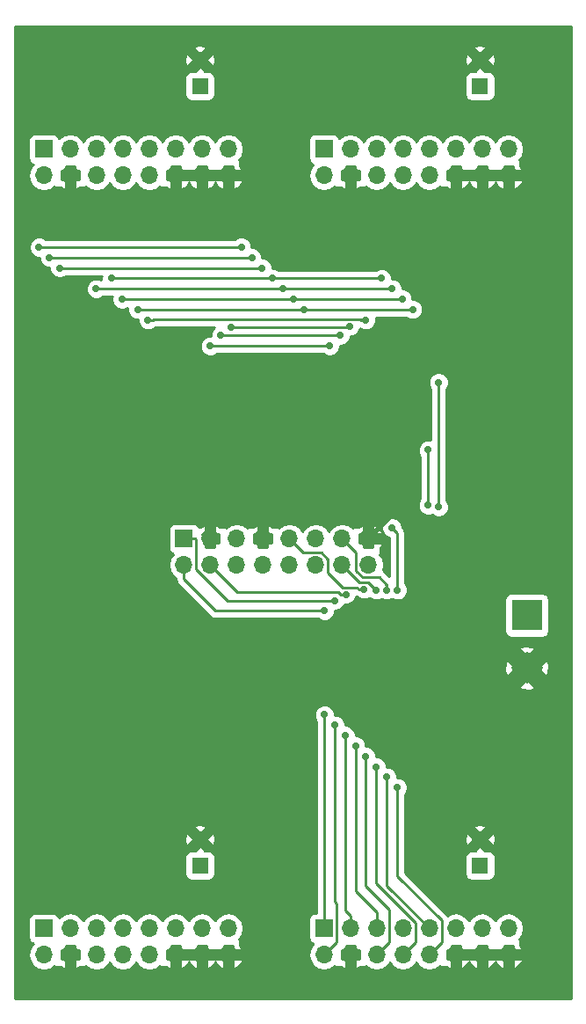
<source format=gbl>
G04 #@! TF.FileFunction,Copper,L2,Bot,Signal*
%FSLAX46Y46*%
G04 Gerber Fmt 4.6, Leading zero omitted, Abs format (unit mm)*
G04 Created by KiCad (PCBNEW 4.0.7) date 03/15/18 12:31:10*
%MOMM*%
%LPD*%
G01*
G04 APERTURE LIST*
%ADD10C,0.100000*%
%ADD11R,1.700000X1.700000*%
%ADD12O,1.700000X1.700000*%
%ADD13R,3.000000X3.000000*%
%ADD14C,3.000000*%
%ADD15R,1.600000X1.600000*%
%ADD16C,1.600000*%
%ADD17C,0.700000*%
%ADD18C,0.500000*%
%ADD19C,0.250000*%
%ADD20C,0.254000*%
G04 APERTURE END LIST*
D10*
D11*
X101960000Y-100060000D03*
D12*
X101960000Y-102600000D03*
X104500000Y-100060000D03*
X104500000Y-102600000D03*
X107040000Y-100060000D03*
X107040000Y-102600000D03*
X109580000Y-100060000D03*
X109580000Y-102600000D03*
X112120000Y-100060000D03*
X112120000Y-102600000D03*
X114660000Y-100060000D03*
X114660000Y-102600000D03*
X117200000Y-100060000D03*
X117200000Y-102600000D03*
X119740000Y-100060000D03*
X119740000Y-102600000D03*
D13*
X135000000Y-107420000D03*
D14*
X135000000Y-112500000D03*
D11*
X115460000Y-137560000D03*
D12*
X115460000Y-140100000D03*
X118000000Y-137560000D03*
X118000000Y-140100000D03*
X120540000Y-137560000D03*
X120540000Y-140100000D03*
X123080000Y-137560000D03*
X123080000Y-140100000D03*
X125620000Y-137560000D03*
X125620000Y-140100000D03*
X128160000Y-137560000D03*
X128160000Y-140100000D03*
X130700000Y-137560000D03*
X130700000Y-140100000D03*
X133240000Y-137560000D03*
X133240000Y-140100000D03*
D11*
X88460000Y-137560000D03*
D12*
X88460000Y-140100000D03*
X91000000Y-137560000D03*
X91000000Y-140100000D03*
X93540000Y-137560000D03*
X93540000Y-140100000D03*
X96080000Y-137560000D03*
X96080000Y-140100000D03*
X98620000Y-137560000D03*
X98620000Y-140100000D03*
X101160000Y-137560000D03*
X101160000Y-140100000D03*
X103700000Y-137560000D03*
X103700000Y-140100000D03*
X106240000Y-137560000D03*
X106240000Y-140100000D03*
D11*
X115460000Y-62560000D03*
D12*
X115460000Y-65100000D03*
X118000000Y-62560000D03*
X118000000Y-65100000D03*
X120540000Y-62560000D03*
X120540000Y-65100000D03*
X123080000Y-62560000D03*
X123080000Y-65100000D03*
X125620000Y-62560000D03*
X125620000Y-65100000D03*
X128160000Y-62560000D03*
X128160000Y-65100000D03*
X130700000Y-62560000D03*
X130700000Y-65100000D03*
X133240000Y-62560000D03*
X133240000Y-65100000D03*
D11*
X88460000Y-62560000D03*
D12*
X88460000Y-65100000D03*
X91000000Y-62560000D03*
X91000000Y-65100000D03*
X93540000Y-62560000D03*
X93540000Y-65100000D03*
X96080000Y-62560000D03*
X96080000Y-65100000D03*
X98620000Y-62560000D03*
X98620000Y-65100000D03*
X101160000Y-62560000D03*
X101160000Y-65100000D03*
X103700000Y-62560000D03*
X103700000Y-65100000D03*
X106240000Y-62560000D03*
X106240000Y-65100000D03*
D15*
X103500000Y-56500000D03*
D16*
X103500000Y-54000000D03*
D15*
X130500000Y-56500000D03*
D16*
X130500000Y-54000000D03*
D15*
X103500000Y-131500000D03*
D16*
X103500000Y-129000000D03*
D15*
X130500000Y-131500000D03*
D16*
X130500000Y-129000000D03*
D17*
X122500000Y-82500000D03*
X123000000Y-92500000D03*
X115500000Y-107000000D03*
X115500000Y-117000000D03*
X116000000Y-81500000D03*
X104500000Y-81500000D03*
X116500000Y-106000000D03*
X116500000Y-118000000D03*
X117000000Y-80500000D03*
X105500000Y-80500000D03*
X117579690Y-105407777D03*
X117500000Y-119000000D03*
X117931328Y-79609538D03*
X106500000Y-79678210D03*
X118500000Y-120000000D03*
X95000000Y-75000000D03*
X121000000Y-75000000D03*
X110500000Y-75000000D03*
X119322363Y-104909622D03*
X119500000Y-121000000D03*
X93500000Y-76000000D03*
X122000000Y-76000000D03*
X111500000Y-76000000D03*
X126500000Y-85000000D03*
X126500000Y-97000000D03*
X119500000Y-79000000D03*
X98500000Y-79000000D03*
X122500000Y-124000000D03*
X122500000Y-105000000D03*
X122000000Y-99000000D03*
X88000000Y-72000000D03*
X107500000Y-72000000D03*
X89000000Y-73000000D03*
X108500000Y-73000000D03*
X90000000Y-74000000D03*
X109500000Y-74000000D03*
X121500000Y-105000000D03*
X121500000Y-123000000D03*
X97500000Y-78000000D03*
X124000000Y-78000000D03*
X113500000Y-78000000D03*
X120500000Y-105000000D03*
X120500000Y-122000000D03*
X96000000Y-77000000D03*
X123000000Y-77000000D03*
X112500000Y-77000000D03*
X125500000Y-91500000D03*
X125487585Y-96852415D03*
D18*
X123000000Y-92500000D02*
X123000000Y-96800000D01*
X123000000Y-96800000D02*
X119740000Y-100060000D01*
X122500000Y-82500000D02*
X123000000Y-83000000D01*
X123000000Y-83000000D02*
X123000000Y-92500000D01*
X118000000Y-65100000D02*
X117332288Y-65100000D01*
D19*
X114120000Y-99702081D02*
X114917919Y-100500000D01*
X105000000Y-107000000D02*
X115500000Y-107000000D01*
X115500000Y-135500000D02*
X115500000Y-117000000D01*
X101960000Y-103960000D02*
X105000000Y-107000000D01*
X101960000Y-102600000D02*
X101960000Y-103960000D01*
X115460000Y-135540000D02*
X115500000Y-135500000D01*
X115460000Y-137560000D02*
X115460000Y-135540000D01*
X104500000Y-81500000D02*
X116000000Y-81500000D01*
X106156262Y-106000000D02*
X116500000Y-106000000D01*
X116500000Y-135000000D02*
X116500000Y-118000000D01*
X101960000Y-100060000D02*
X103060000Y-100060000D01*
X103060000Y-100060000D02*
X103138201Y-100138201D01*
X103138201Y-100138201D02*
X103138201Y-102981939D01*
X103138201Y-102981939D02*
X106156262Y-106000000D01*
X116638201Y-135138201D02*
X116500000Y-135000000D01*
X115460000Y-140100000D02*
X116638201Y-138921799D01*
X116638201Y-138921799D02*
X116638201Y-135138201D01*
X105500000Y-80500000D02*
X117000000Y-80500000D01*
X116859717Y-105182778D02*
X117084716Y-105407777D01*
X104500000Y-102600000D02*
X107082778Y-105182778D01*
X107082778Y-105182778D02*
X116859717Y-105182778D01*
X117084716Y-105407777D02*
X117579690Y-105407777D01*
X117500000Y-135857919D02*
X117500000Y-119000000D01*
X118000000Y-137560000D02*
X118000000Y-136357919D01*
X118000000Y-136357919D02*
X117500000Y-135857919D01*
X106500000Y-79678210D02*
X117862656Y-79678210D01*
X117862656Y-79678210D02*
X117931328Y-79609538D01*
X118500000Y-120000000D02*
X118500000Y-134000000D01*
X120540000Y-136040000D02*
X120540000Y-137560000D01*
X118500000Y-134000000D02*
X120540000Y-136040000D01*
X95000000Y-75000000D02*
X110500000Y-75000000D01*
X110500000Y-75000000D02*
X121000000Y-75000000D01*
X118647334Y-104729567D02*
X118827389Y-104909622D01*
X115225537Y-101421799D02*
X115838201Y-102034463D01*
X118827389Y-104909622D02*
X119322363Y-104909622D01*
X113481799Y-101421799D02*
X115225537Y-101421799D01*
X115838201Y-103338201D02*
X117229567Y-104729567D01*
X112120000Y-100060000D02*
X113481799Y-101421799D01*
X115838201Y-102034463D02*
X115838201Y-103338201D01*
X117229567Y-104729567D02*
X118647334Y-104729567D01*
X119500000Y-133500000D02*
X119500000Y-121000000D01*
X121718201Y-135718201D02*
X119500000Y-133500000D01*
X121718201Y-138921799D02*
X121718201Y-135718201D01*
X120540000Y-140100000D02*
X121718201Y-138921799D01*
X93500000Y-76000000D02*
X111500000Y-76000000D01*
X111500000Y-76000000D02*
X122000000Y-76000000D01*
X126500000Y-97000000D02*
X126500000Y-85000000D01*
X119005026Y-79000000D02*
X119500000Y-79000000D01*
X99063638Y-78931336D02*
X118936362Y-78931336D01*
X118936362Y-78931336D02*
X119005026Y-79000000D01*
X98994974Y-79000000D02*
X99063638Y-78931336D01*
X98500000Y-79000000D02*
X98994974Y-79000000D01*
X122000000Y-99000000D02*
X122500000Y-99500000D01*
X122500000Y-99500000D02*
X122500000Y-105000000D01*
X122500000Y-132500000D02*
X122500000Y-124000000D01*
X126798201Y-136798201D02*
X122500000Y-132500000D01*
X125620000Y-140100000D02*
X126798201Y-138921799D01*
X126798201Y-138921799D02*
X126798201Y-136798201D01*
X107500000Y-72000000D02*
X88000000Y-72000000D01*
X108500000Y-73000000D02*
X89000000Y-73000000D01*
X109500000Y-74000000D02*
X90000000Y-74000000D01*
X120778201Y-103778201D02*
X121500000Y-104500000D01*
X121500000Y-104500000D02*
X121500000Y-105000000D01*
X118561799Y-103165537D02*
X119174463Y-103778201D01*
X119174463Y-103778201D02*
X120778201Y-103778201D01*
X121500000Y-123000000D02*
X121500000Y-133440000D01*
X121500000Y-133440000D02*
X125620000Y-137560000D01*
X117200000Y-100060000D02*
X118561799Y-101421799D01*
X118561799Y-101421799D02*
X118561799Y-103165537D01*
X97500000Y-78000000D02*
X113500000Y-78000000D01*
X113500000Y-78000000D02*
X124000000Y-78000000D01*
X119731412Y-104231412D02*
X120500000Y-105000000D01*
X118831412Y-104231412D02*
X119731412Y-104231412D01*
X117200000Y-102600000D02*
X118831412Y-104231412D01*
X120500000Y-133236262D02*
X120500000Y-122000000D01*
X124258201Y-136994463D02*
X120500000Y-133236262D01*
X124258201Y-138921799D02*
X124258201Y-136994463D01*
X123080000Y-140100000D02*
X124258201Y-138921799D01*
X96000000Y-77000000D02*
X112500000Y-77000000D01*
X112500000Y-77000000D02*
X123000000Y-77000000D01*
X125487585Y-96852415D02*
X125487585Y-91512415D01*
X125487585Y-91512415D02*
X125500000Y-91500000D01*
D20*
G36*
X139290000Y-144290000D02*
X85710000Y-144290000D01*
X85710000Y-136710000D01*
X86962560Y-136710000D01*
X86962560Y-138410000D01*
X87006838Y-138645317D01*
X87145910Y-138861441D01*
X87358110Y-139006431D01*
X87414454Y-139017841D01*
X87409946Y-139020853D01*
X87088039Y-139502622D01*
X86975000Y-140070907D01*
X86975000Y-140129093D01*
X87088039Y-140697378D01*
X87409946Y-141179147D01*
X87891715Y-141501054D01*
X88460000Y-141614093D01*
X89028285Y-141501054D01*
X89510054Y-141179147D01*
X89515000Y-141171745D01*
X89515000Y-141243002D01*
X90064443Y-141243002D01*
X90357644Y-141438881D01*
X90575000Y-141356310D01*
X90575000Y-140525000D01*
X90150000Y-140525000D01*
X90150000Y-139675000D01*
X90575000Y-139675000D01*
X90575000Y-139250000D01*
X91425000Y-139250000D01*
X91425000Y-139675000D01*
X91850000Y-139675000D01*
X91850000Y-140525000D01*
X91425000Y-140525000D01*
X91425000Y-141356310D01*
X91642356Y-141438881D01*
X91935557Y-141243002D01*
X92485000Y-141243002D01*
X92485000Y-141171745D01*
X92489946Y-141179147D01*
X92971715Y-141501054D01*
X93540000Y-141614093D01*
X94108285Y-141501054D01*
X94590054Y-141179147D01*
X94810000Y-140849974D01*
X95029946Y-141179147D01*
X95511715Y-141501054D01*
X96080000Y-141614093D01*
X96648285Y-141501054D01*
X97130054Y-141179147D01*
X97350000Y-140849974D01*
X97569946Y-141179147D01*
X98051715Y-141501054D01*
X98620000Y-141614093D01*
X99188285Y-141501054D01*
X99670054Y-141179147D01*
X99675000Y-141171745D01*
X99675000Y-141243002D01*
X100224443Y-141243002D01*
X100517644Y-141438881D01*
X100735000Y-141356310D01*
X100735000Y-140525000D01*
X101585000Y-140525000D01*
X101585000Y-141356310D01*
X101802356Y-141438881D01*
X102151175Y-141205845D01*
X102430000Y-140834214D01*
X102708825Y-141205845D01*
X103057644Y-141438881D01*
X103275000Y-141356310D01*
X103275000Y-140525000D01*
X104125000Y-140525000D01*
X104125000Y-141356310D01*
X104342356Y-141438881D01*
X104691175Y-141205845D01*
X104970000Y-140834214D01*
X105248825Y-141205845D01*
X105597644Y-141438881D01*
X105815000Y-141356310D01*
X105815000Y-140525000D01*
X106665000Y-140525000D01*
X106665000Y-141356310D01*
X106882356Y-141438881D01*
X107231175Y-141205845D01*
X107578915Y-140742361D01*
X107504168Y-140525000D01*
X106665000Y-140525000D01*
X105815000Y-140525000D01*
X104975832Y-140525000D01*
X104970000Y-140541959D01*
X104964168Y-140525000D01*
X104125000Y-140525000D01*
X103275000Y-140525000D01*
X102435832Y-140525000D01*
X102430000Y-140541959D01*
X102424168Y-140525000D01*
X101585000Y-140525000D01*
X100735000Y-140525000D01*
X100310000Y-140525000D01*
X100310000Y-139675000D01*
X100735000Y-139675000D01*
X100735000Y-139250000D01*
X101585000Y-139250000D01*
X101585000Y-139675000D01*
X102424168Y-139675000D01*
X102430000Y-139658041D01*
X102435832Y-139675000D01*
X103275000Y-139675000D01*
X103275000Y-139250000D01*
X104125000Y-139250000D01*
X104125000Y-139675000D01*
X104964168Y-139675000D01*
X104970000Y-139658041D01*
X104975832Y-139675000D01*
X105815000Y-139675000D01*
X105815000Y-139250000D01*
X106665000Y-139250000D01*
X106665000Y-139675000D01*
X107504168Y-139675000D01*
X107578915Y-139457639D01*
X107383002Y-139196517D01*
X107383002Y-138615000D01*
X107306188Y-138615000D01*
X107611961Y-138157378D01*
X107725000Y-137589093D01*
X107725000Y-137530907D01*
X107611961Y-136962622D01*
X107443165Y-136710000D01*
X113962560Y-136710000D01*
X113962560Y-138410000D01*
X114006838Y-138645317D01*
X114145910Y-138861441D01*
X114358110Y-139006431D01*
X114414454Y-139017841D01*
X114409946Y-139020853D01*
X114088039Y-139502622D01*
X113975000Y-140070907D01*
X113975000Y-140129093D01*
X114088039Y-140697378D01*
X114409946Y-141179147D01*
X114891715Y-141501054D01*
X115460000Y-141614093D01*
X116028285Y-141501054D01*
X116510054Y-141179147D01*
X116515000Y-141171745D01*
X116515000Y-141243002D01*
X117064443Y-141243002D01*
X117357644Y-141438881D01*
X117575000Y-141356310D01*
X117575000Y-140525000D01*
X117150000Y-140525000D01*
X117150000Y-139675000D01*
X117575000Y-139675000D01*
X117575000Y-139250000D01*
X118425000Y-139250000D01*
X118425000Y-139675000D01*
X118850000Y-139675000D01*
X118850000Y-140525000D01*
X118425000Y-140525000D01*
X118425000Y-141356310D01*
X118642356Y-141438881D01*
X118935557Y-141243002D01*
X119485000Y-141243002D01*
X119485000Y-141171745D01*
X119489946Y-141179147D01*
X119971715Y-141501054D01*
X120540000Y-141614093D01*
X121108285Y-141501054D01*
X121590054Y-141179147D01*
X121810000Y-140849974D01*
X122029946Y-141179147D01*
X122511715Y-141501054D01*
X123080000Y-141614093D01*
X123648285Y-141501054D01*
X124130054Y-141179147D01*
X124350000Y-140849974D01*
X124569946Y-141179147D01*
X125051715Y-141501054D01*
X125620000Y-141614093D01*
X126188285Y-141501054D01*
X126670054Y-141179147D01*
X126675000Y-141171745D01*
X126675000Y-141243002D01*
X127224443Y-141243002D01*
X127517644Y-141438881D01*
X127735000Y-141356310D01*
X127735000Y-140525000D01*
X128585000Y-140525000D01*
X128585000Y-141356310D01*
X128802356Y-141438881D01*
X129151175Y-141205845D01*
X129430000Y-140834214D01*
X129708825Y-141205845D01*
X130057644Y-141438881D01*
X130275000Y-141356310D01*
X130275000Y-140525000D01*
X131125000Y-140525000D01*
X131125000Y-141356310D01*
X131342356Y-141438881D01*
X131691175Y-141205845D01*
X131970000Y-140834214D01*
X132248825Y-141205845D01*
X132597644Y-141438881D01*
X132815000Y-141356310D01*
X132815000Y-140525000D01*
X133665000Y-140525000D01*
X133665000Y-141356310D01*
X133882356Y-141438881D01*
X134231175Y-141205845D01*
X134578915Y-140742361D01*
X134504168Y-140525000D01*
X133665000Y-140525000D01*
X132815000Y-140525000D01*
X131975832Y-140525000D01*
X131970000Y-140541959D01*
X131964168Y-140525000D01*
X131125000Y-140525000D01*
X130275000Y-140525000D01*
X129435832Y-140525000D01*
X129430000Y-140541959D01*
X129424168Y-140525000D01*
X128585000Y-140525000D01*
X127735000Y-140525000D01*
X127310000Y-140525000D01*
X127310000Y-139675000D01*
X127735000Y-139675000D01*
X127735000Y-139250000D01*
X128585000Y-139250000D01*
X128585000Y-139675000D01*
X129424168Y-139675000D01*
X129430000Y-139658041D01*
X129435832Y-139675000D01*
X130275000Y-139675000D01*
X130275000Y-139250000D01*
X131125000Y-139250000D01*
X131125000Y-139675000D01*
X131964168Y-139675000D01*
X131970000Y-139658041D01*
X131975832Y-139675000D01*
X132815000Y-139675000D01*
X132815000Y-139250000D01*
X133665000Y-139250000D01*
X133665000Y-139675000D01*
X134504168Y-139675000D01*
X134578915Y-139457639D01*
X134383002Y-139196517D01*
X134383002Y-138615000D01*
X134306188Y-138615000D01*
X134611961Y-138157378D01*
X134725000Y-137589093D01*
X134725000Y-137530907D01*
X134611961Y-136962622D01*
X134290054Y-136480853D01*
X133808285Y-136158946D01*
X133240000Y-136045907D01*
X132671715Y-136158946D01*
X132189946Y-136480853D01*
X131970000Y-136810026D01*
X131750054Y-136480853D01*
X131268285Y-136158946D01*
X130700000Y-136045907D01*
X130131715Y-136158946D01*
X129649946Y-136480853D01*
X129430000Y-136810026D01*
X129210054Y-136480853D01*
X128728285Y-136158946D01*
X128160000Y-136045907D01*
X127591715Y-136158946D01*
X127367603Y-136308693D01*
X127335602Y-136260800D01*
X123260000Y-132185198D01*
X123260000Y-130700000D01*
X129052560Y-130700000D01*
X129052560Y-132300000D01*
X129096838Y-132535317D01*
X129235910Y-132751441D01*
X129448110Y-132896431D01*
X129700000Y-132947440D01*
X131300000Y-132947440D01*
X131535317Y-132903162D01*
X131751441Y-132764090D01*
X131896431Y-132551890D01*
X131947440Y-132300000D01*
X131947440Y-130700000D01*
X131903162Y-130464683D01*
X131764090Y-130248559D01*
X131551890Y-130103569D01*
X131300000Y-130052560D01*
X130986875Y-130052560D01*
X130500000Y-129565685D01*
X130013125Y-130052560D01*
X129700000Y-130052560D01*
X129464683Y-130096838D01*
X129248559Y-130235910D01*
X129103569Y-130448110D01*
X129052560Y-130700000D01*
X123260000Y-130700000D01*
X123260000Y-129060403D01*
X129038135Y-129060403D01*
X129126297Y-129503626D01*
X129339273Y-129595042D01*
X129934315Y-129000000D01*
X131065685Y-129000000D01*
X131660727Y-129595042D01*
X131873703Y-129503626D01*
X131961865Y-128939597D01*
X131873703Y-128496374D01*
X131660727Y-128404958D01*
X131065685Y-129000000D01*
X129934315Y-129000000D01*
X129339273Y-128404958D01*
X129126297Y-128496374D01*
X129038135Y-129060403D01*
X123260000Y-129060403D01*
X123260000Y-127839273D01*
X129904958Y-127839273D01*
X130500000Y-128434315D01*
X131095042Y-127839273D01*
X131003626Y-127626297D01*
X130439597Y-127538135D01*
X129996374Y-127626297D01*
X129904958Y-127839273D01*
X123260000Y-127839273D01*
X123260000Y-124633111D01*
X123334555Y-124558686D01*
X123484828Y-124196788D01*
X123485170Y-123804931D01*
X123335529Y-123442771D01*
X123058686Y-123165445D01*
X122696788Y-123015172D01*
X122484987Y-123014987D01*
X122485170Y-122804931D01*
X122335529Y-122442771D01*
X122058686Y-122165445D01*
X121696788Y-122015172D01*
X121484987Y-122014987D01*
X121485170Y-121804931D01*
X121335529Y-121442771D01*
X121058686Y-121165445D01*
X120696788Y-121015172D01*
X120484987Y-121014987D01*
X120485170Y-120804931D01*
X120335529Y-120442771D01*
X120058686Y-120165445D01*
X119696788Y-120015172D01*
X119484987Y-120014987D01*
X119485170Y-119804931D01*
X119335529Y-119442771D01*
X119058686Y-119165445D01*
X118696788Y-119015172D01*
X118484987Y-119014987D01*
X118485170Y-118804931D01*
X118335529Y-118442771D01*
X118058686Y-118165445D01*
X117696788Y-118015172D01*
X117484987Y-118014987D01*
X117485170Y-117804931D01*
X117335529Y-117442771D01*
X117058686Y-117165445D01*
X116696788Y-117015172D01*
X116484987Y-117014987D01*
X116485170Y-116804931D01*
X116335529Y-116442771D01*
X116058686Y-116165445D01*
X115696788Y-116015172D01*
X115304931Y-116014830D01*
X114942771Y-116164471D01*
X114665445Y-116441314D01*
X114515172Y-116803212D01*
X114514830Y-117195069D01*
X114664471Y-117557229D01*
X114740000Y-117632890D01*
X114740000Y-135338908D01*
X114700000Y-135540000D01*
X114700000Y-136062560D01*
X114610000Y-136062560D01*
X114374683Y-136106838D01*
X114158559Y-136245910D01*
X114013569Y-136458110D01*
X113962560Y-136710000D01*
X107443165Y-136710000D01*
X107290054Y-136480853D01*
X106808285Y-136158946D01*
X106240000Y-136045907D01*
X105671715Y-136158946D01*
X105189946Y-136480853D01*
X104970000Y-136810026D01*
X104750054Y-136480853D01*
X104268285Y-136158946D01*
X103700000Y-136045907D01*
X103131715Y-136158946D01*
X102649946Y-136480853D01*
X102430000Y-136810026D01*
X102210054Y-136480853D01*
X101728285Y-136158946D01*
X101160000Y-136045907D01*
X100591715Y-136158946D01*
X100109946Y-136480853D01*
X99890000Y-136810026D01*
X99670054Y-136480853D01*
X99188285Y-136158946D01*
X98620000Y-136045907D01*
X98051715Y-136158946D01*
X97569946Y-136480853D01*
X97350000Y-136810026D01*
X97130054Y-136480853D01*
X96648285Y-136158946D01*
X96080000Y-136045907D01*
X95511715Y-136158946D01*
X95029946Y-136480853D01*
X94810000Y-136810026D01*
X94590054Y-136480853D01*
X94108285Y-136158946D01*
X93540000Y-136045907D01*
X92971715Y-136158946D01*
X92489946Y-136480853D01*
X92270000Y-136810026D01*
X92050054Y-136480853D01*
X91568285Y-136158946D01*
X91000000Y-136045907D01*
X90431715Y-136158946D01*
X89949946Y-136480853D01*
X89922150Y-136522452D01*
X89913162Y-136474683D01*
X89774090Y-136258559D01*
X89561890Y-136113569D01*
X89310000Y-136062560D01*
X87610000Y-136062560D01*
X87374683Y-136106838D01*
X87158559Y-136245910D01*
X87013569Y-136458110D01*
X86962560Y-136710000D01*
X85710000Y-136710000D01*
X85710000Y-130700000D01*
X102052560Y-130700000D01*
X102052560Y-132300000D01*
X102096838Y-132535317D01*
X102235910Y-132751441D01*
X102448110Y-132896431D01*
X102700000Y-132947440D01*
X104300000Y-132947440D01*
X104535317Y-132903162D01*
X104751441Y-132764090D01*
X104896431Y-132551890D01*
X104947440Y-132300000D01*
X104947440Y-130700000D01*
X104903162Y-130464683D01*
X104764090Y-130248559D01*
X104551890Y-130103569D01*
X104300000Y-130052560D01*
X103986875Y-130052560D01*
X103500000Y-129565685D01*
X103013125Y-130052560D01*
X102700000Y-130052560D01*
X102464683Y-130096838D01*
X102248559Y-130235910D01*
X102103569Y-130448110D01*
X102052560Y-130700000D01*
X85710000Y-130700000D01*
X85710000Y-129060403D01*
X102038135Y-129060403D01*
X102126297Y-129503626D01*
X102339273Y-129595042D01*
X102934315Y-129000000D01*
X104065685Y-129000000D01*
X104660727Y-129595042D01*
X104873703Y-129503626D01*
X104961865Y-128939597D01*
X104873703Y-128496374D01*
X104660727Y-128404958D01*
X104065685Y-129000000D01*
X102934315Y-129000000D01*
X102339273Y-128404958D01*
X102126297Y-128496374D01*
X102038135Y-129060403D01*
X85710000Y-129060403D01*
X85710000Y-127839273D01*
X102904958Y-127839273D01*
X103500000Y-128434315D01*
X104095042Y-127839273D01*
X104003626Y-127626297D01*
X103439597Y-127538135D01*
X102996374Y-127626297D01*
X102904958Y-127839273D01*
X85710000Y-127839273D01*
X85710000Y-114355119D01*
X134205541Y-114355119D01*
X134405597Y-114594102D01*
X135252221Y-114662166D01*
X135594403Y-114594102D01*
X135794459Y-114355119D01*
X135000000Y-113560660D01*
X134205541Y-114355119D01*
X85710000Y-114355119D01*
X85710000Y-112752221D01*
X132837834Y-112752221D01*
X132905898Y-113094403D01*
X133144881Y-113294459D01*
X133939340Y-112500000D01*
X136060660Y-112500000D01*
X136855119Y-113294459D01*
X137094102Y-113094403D01*
X137162166Y-112247779D01*
X137094102Y-111905597D01*
X136855119Y-111705541D01*
X136060660Y-112500000D01*
X133939340Y-112500000D01*
X133144881Y-111705541D01*
X132905898Y-111905597D01*
X132837834Y-112752221D01*
X85710000Y-112752221D01*
X85710000Y-110644881D01*
X134205541Y-110644881D01*
X135000000Y-111439340D01*
X135794459Y-110644881D01*
X135594403Y-110405898D01*
X134747779Y-110337834D01*
X134405597Y-110405898D01*
X134205541Y-110644881D01*
X85710000Y-110644881D01*
X85710000Y-99210000D01*
X100462560Y-99210000D01*
X100462560Y-100910000D01*
X100506838Y-101145317D01*
X100645910Y-101361441D01*
X100858110Y-101506431D01*
X100914454Y-101517841D01*
X100909946Y-101520853D01*
X100588039Y-102002622D01*
X100475000Y-102570907D01*
X100475000Y-102629093D01*
X100588039Y-103197378D01*
X100909946Y-103679147D01*
X101200000Y-103872954D01*
X101200000Y-103960000D01*
X101257852Y-104250839D01*
X101422599Y-104497401D01*
X104462599Y-107537401D01*
X104709160Y-107702148D01*
X105000000Y-107760000D01*
X114866889Y-107760000D01*
X114941314Y-107834555D01*
X115303212Y-107984828D01*
X115695069Y-107985170D01*
X116057229Y-107835529D01*
X116334555Y-107558686D01*
X116484828Y-107196788D01*
X116485013Y-106984987D01*
X116695069Y-106985170D01*
X117057229Y-106835529D01*
X117334555Y-106558686D01*
X117403510Y-106392623D01*
X117774759Y-106392947D01*
X118136919Y-106243306D01*
X118414245Y-105966463D01*
X118559621Y-105616359D01*
X118655026Y-105635337D01*
X118763677Y-105744177D01*
X119125575Y-105894450D01*
X119517432Y-105894792D01*
X119860104Y-105753203D01*
X119941314Y-105834555D01*
X120303212Y-105984828D01*
X120695069Y-105985170D01*
X121000304Y-105859050D01*
X121303212Y-105984828D01*
X121695069Y-105985170D01*
X122000304Y-105859050D01*
X122303212Y-105984828D01*
X122695069Y-105985170D01*
X122852792Y-105920000D01*
X132852560Y-105920000D01*
X132852560Y-108920000D01*
X132896838Y-109155317D01*
X133035910Y-109371441D01*
X133248110Y-109516431D01*
X133500000Y-109567440D01*
X136500000Y-109567440D01*
X136735317Y-109523162D01*
X136951441Y-109384090D01*
X137096431Y-109171890D01*
X137147440Y-108920000D01*
X137147440Y-105920000D01*
X137103162Y-105684683D01*
X136964090Y-105468559D01*
X136751890Y-105323569D01*
X136500000Y-105272560D01*
X133500000Y-105272560D01*
X133264683Y-105316838D01*
X133048559Y-105455910D01*
X132903569Y-105668110D01*
X132852560Y-105920000D01*
X122852792Y-105920000D01*
X123057229Y-105835529D01*
X123334555Y-105558686D01*
X123484828Y-105196788D01*
X123485170Y-104804931D01*
X123335529Y-104442771D01*
X123260000Y-104367110D01*
X123260000Y-99500000D01*
X123202148Y-99209161D01*
X123037401Y-98962599D01*
X122985078Y-98910276D01*
X122985170Y-98804931D01*
X122835529Y-98442771D01*
X122558686Y-98165445D01*
X122196788Y-98015172D01*
X121804931Y-98014830D01*
X121442771Y-98164471D01*
X121165445Y-98441314D01*
X121015172Y-98803212D01*
X121014830Y-99195069D01*
X121164471Y-99557229D01*
X121441314Y-99834555D01*
X121740000Y-99958580D01*
X121740000Y-103665198D01*
X121315602Y-103240800D01*
X121128228Y-103115601D01*
X121225000Y-102629093D01*
X121225000Y-102570907D01*
X121111961Y-102002622D01*
X120806188Y-101545000D01*
X120883002Y-101545000D01*
X120883002Y-100963483D01*
X121078915Y-100702361D01*
X121004168Y-100485000D01*
X120165000Y-100485000D01*
X120165000Y-100910000D01*
X119315000Y-100910000D01*
X119315000Y-100485000D01*
X118890000Y-100485000D01*
X118890000Y-99635000D01*
X119315000Y-99635000D01*
X119315000Y-98803690D01*
X120165000Y-98803690D01*
X120165000Y-99635000D01*
X121004168Y-99635000D01*
X121078915Y-99417639D01*
X120731175Y-98954155D01*
X120382356Y-98721119D01*
X120165000Y-98803690D01*
X119315000Y-98803690D01*
X119097644Y-98721119D01*
X118804443Y-98916998D01*
X118255000Y-98916998D01*
X118255000Y-98988255D01*
X118250054Y-98980853D01*
X117768285Y-98658946D01*
X117200000Y-98545907D01*
X116631715Y-98658946D01*
X116149946Y-98980853D01*
X115930000Y-99310026D01*
X115710054Y-98980853D01*
X115228285Y-98658946D01*
X114660000Y-98545907D01*
X114091715Y-98658946D01*
X113609946Y-98980853D01*
X113390000Y-99310026D01*
X113170054Y-98980853D01*
X112688285Y-98658946D01*
X112120000Y-98545907D01*
X111551715Y-98658946D01*
X111069946Y-98980853D01*
X111065000Y-98988255D01*
X111065000Y-98916998D01*
X110515557Y-98916998D01*
X110222356Y-98721119D01*
X110005000Y-98803690D01*
X110005000Y-99635000D01*
X110430000Y-99635000D01*
X110430000Y-100485000D01*
X110005000Y-100485000D01*
X110005000Y-100910000D01*
X109155000Y-100910000D01*
X109155000Y-100485000D01*
X108730000Y-100485000D01*
X108730000Y-99635000D01*
X109155000Y-99635000D01*
X109155000Y-98803690D01*
X108937644Y-98721119D01*
X108644443Y-98916998D01*
X108095000Y-98916998D01*
X108095000Y-98988255D01*
X108090054Y-98980853D01*
X107608285Y-98658946D01*
X107040000Y-98545907D01*
X106471715Y-98658946D01*
X105989946Y-98980853D01*
X105985000Y-98988255D01*
X105985000Y-98916998D01*
X105435557Y-98916998D01*
X105142356Y-98721119D01*
X104925000Y-98803690D01*
X104925000Y-99635000D01*
X105350000Y-99635000D01*
X105350000Y-100485000D01*
X104925000Y-100485000D01*
X104925000Y-100910000D01*
X104075000Y-100910000D01*
X104075000Y-100485000D01*
X103898201Y-100485000D01*
X103898201Y-100138201D01*
X103840349Y-99847362D01*
X103698454Y-99635000D01*
X104075000Y-99635000D01*
X104075000Y-98803690D01*
X103857644Y-98721119D01*
X103564443Y-98916998D01*
X103376043Y-98916998D01*
X103274090Y-98758559D01*
X103061890Y-98613569D01*
X102810000Y-98562560D01*
X101110000Y-98562560D01*
X100874683Y-98606838D01*
X100658559Y-98745910D01*
X100513569Y-98958110D01*
X100462560Y-99210000D01*
X85710000Y-99210000D01*
X85710000Y-97047484D01*
X124502415Y-97047484D01*
X124652056Y-97409644D01*
X124928899Y-97686970D01*
X125290797Y-97837243D01*
X125682654Y-97837585D01*
X125867921Y-97761034D01*
X125941314Y-97834555D01*
X126303212Y-97984828D01*
X126695069Y-97985170D01*
X127057229Y-97835529D01*
X127334555Y-97558686D01*
X127484828Y-97196788D01*
X127485170Y-96804931D01*
X127335529Y-96442771D01*
X127260000Y-96367110D01*
X127260000Y-85633111D01*
X127334555Y-85558686D01*
X127484828Y-85196788D01*
X127485170Y-84804931D01*
X127335529Y-84442771D01*
X127058686Y-84165445D01*
X126696788Y-84015172D01*
X126304931Y-84014830D01*
X125942771Y-84164471D01*
X125665445Y-84441314D01*
X125515172Y-84803212D01*
X125514830Y-85195069D01*
X125664471Y-85557229D01*
X125740000Y-85632890D01*
X125740000Y-90533115D01*
X125696788Y-90515172D01*
X125304931Y-90514830D01*
X124942771Y-90664471D01*
X124665445Y-90941314D01*
X124515172Y-91303212D01*
X124514830Y-91695069D01*
X124664471Y-92057229D01*
X124727585Y-92120453D01*
X124727585Y-96219304D01*
X124653030Y-96293729D01*
X124502757Y-96655627D01*
X124502415Y-97047484D01*
X85710000Y-97047484D01*
X85710000Y-72195069D01*
X87014830Y-72195069D01*
X87164471Y-72557229D01*
X87441314Y-72834555D01*
X87803212Y-72984828D01*
X88015013Y-72985013D01*
X88014830Y-73195069D01*
X88164471Y-73557229D01*
X88441314Y-73834555D01*
X88803212Y-73984828D01*
X89015013Y-73985013D01*
X89014830Y-74195069D01*
X89164471Y-74557229D01*
X89441314Y-74834555D01*
X89803212Y-74984828D01*
X90195069Y-74985170D01*
X90557229Y-74835529D01*
X90632890Y-74760000D01*
X94033115Y-74760000D01*
X94015172Y-74803212D01*
X94014872Y-75147252D01*
X93696788Y-75015172D01*
X93304931Y-75014830D01*
X92942771Y-75164471D01*
X92665445Y-75441314D01*
X92515172Y-75803212D01*
X92514830Y-76195069D01*
X92664471Y-76557229D01*
X92941314Y-76834555D01*
X93303212Y-76984828D01*
X93695069Y-76985170D01*
X94057229Y-76835529D01*
X94132890Y-76760000D01*
X95033115Y-76760000D01*
X95015172Y-76803212D01*
X95014830Y-77195069D01*
X95164471Y-77557229D01*
X95441314Y-77834555D01*
X95803212Y-77984828D01*
X96195069Y-77985170D01*
X96515129Y-77852924D01*
X96514830Y-78195069D01*
X96664471Y-78557229D01*
X96941314Y-78834555D01*
X97303212Y-78984828D01*
X97515013Y-78985013D01*
X97514830Y-79195069D01*
X97664471Y-79557229D01*
X97941314Y-79834555D01*
X98303212Y-79984828D01*
X98695069Y-79985170D01*
X99057229Y-79835529D01*
X99167210Y-79725740D01*
X99285813Y-79702148D01*
X99301994Y-79691336D01*
X104915859Y-79691336D01*
X104665445Y-79941314D01*
X104515172Y-80303212D01*
X104514987Y-80515013D01*
X104304931Y-80514830D01*
X103942771Y-80664471D01*
X103665445Y-80941314D01*
X103515172Y-81303212D01*
X103514830Y-81695069D01*
X103664471Y-82057229D01*
X103941314Y-82334555D01*
X104303212Y-82484828D01*
X104695069Y-82485170D01*
X105057229Y-82335529D01*
X105132890Y-82260000D01*
X115366889Y-82260000D01*
X115441314Y-82334555D01*
X115803212Y-82484828D01*
X116195069Y-82485170D01*
X116557229Y-82335529D01*
X116834555Y-82058686D01*
X116984828Y-81696788D01*
X116985013Y-81484987D01*
X117195069Y-81485170D01*
X117557229Y-81335529D01*
X117834555Y-81058686D01*
X117984828Y-80696788D01*
X117984917Y-80594585D01*
X118126397Y-80594708D01*
X118488557Y-80445067D01*
X118765883Y-80168224D01*
X118915268Y-79808464D01*
X118941314Y-79834555D01*
X119303212Y-79984828D01*
X119695069Y-79985170D01*
X120057229Y-79835529D01*
X120334555Y-79558686D01*
X120484828Y-79196788D01*
X120485170Y-78804931D01*
X120466605Y-78760000D01*
X123366889Y-78760000D01*
X123441314Y-78834555D01*
X123803212Y-78984828D01*
X124195069Y-78985170D01*
X124557229Y-78835529D01*
X124834555Y-78558686D01*
X124984828Y-78196788D01*
X124985170Y-77804931D01*
X124835529Y-77442771D01*
X124558686Y-77165445D01*
X124196788Y-77015172D01*
X123984987Y-77014987D01*
X123985170Y-76804931D01*
X123835529Y-76442771D01*
X123558686Y-76165445D01*
X123196788Y-76015172D01*
X122984987Y-76014987D01*
X122985170Y-75804931D01*
X122835529Y-75442771D01*
X122558686Y-75165445D01*
X122196788Y-75015172D01*
X121984987Y-75014987D01*
X121985170Y-74804931D01*
X121835529Y-74442771D01*
X121558686Y-74165445D01*
X121196788Y-74015172D01*
X120804931Y-74014830D01*
X120442771Y-74164471D01*
X120367110Y-74240000D01*
X111133111Y-74240000D01*
X111058686Y-74165445D01*
X110696788Y-74015172D01*
X110484987Y-74014987D01*
X110485170Y-73804931D01*
X110335529Y-73442771D01*
X110058686Y-73165445D01*
X109696788Y-73015172D01*
X109484987Y-73014987D01*
X109485170Y-72804931D01*
X109335529Y-72442771D01*
X109058686Y-72165445D01*
X108696788Y-72015172D01*
X108484987Y-72014987D01*
X108485170Y-71804931D01*
X108335529Y-71442771D01*
X108058686Y-71165445D01*
X107696788Y-71015172D01*
X107304931Y-71014830D01*
X106942771Y-71164471D01*
X106867110Y-71240000D01*
X88633111Y-71240000D01*
X88558686Y-71165445D01*
X88196788Y-71015172D01*
X87804931Y-71014830D01*
X87442771Y-71164471D01*
X87165445Y-71441314D01*
X87015172Y-71803212D01*
X87014830Y-72195069D01*
X85710000Y-72195069D01*
X85710000Y-61710000D01*
X86962560Y-61710000D01*
X86962560Y-63410000D01*
X87006838Y-63645317D01*
X87145910Y-63861441D01*
X87358110Y-64006431D01*
X87414454Y-64017841D01*
X87409946Y-64020853D01*
X87088039Y-64502622D01*
X86975000Y-65070907D01*
X86975000Y-65129093D01*
X87088039Y-65697378D01*
X87409946Y-66179147D01*
X87891715Y-66501054D01*
X88460000Y-66614093D01*
X89028285Y-66501054D01*
X89510054Y-66179147D01*
X89515000Y-66171745D01*
X89515000Y-66243002D01*
X90064443Y-66243002D01*
X90357644Y-66438881D01*
X90575000Y-66356310D01*
X90575000Y-65525000D01*
X90150000Y-65525000D01*
X90150000Y-64675000D01*
X90575000Y-64675000D01*
X90575000Y-64250000D01*
X91425000Y-64250000D01*
X91425000Y-64675000D01*
X91850000Y-64675000D01*
X91850000Y-65525000D01*
X91425000Y-65525000D01*
X91425000Y-66356310D01*
X91642356Y-66438881D01*
X91935557Y-66243002D01*
X92485000Y-66243002D01*
X92485000Y-66171745D01*
X92489946Y-66179147D01*
X92971715Y-66501054D01*
X93540000Y-66614093D01*
X94108285Y-66501054D01*
X94590054Y-66179147D01*
X94810000Y-65849974D01*
X95029946Y-66179147D01*
X95511715Y-66501054D01*
X96080000Y-66614093D01*
X96648285Y-66501054D01*
X97130054Y-66179147D01*
X97350000Y-65849974D01*
X97569946Y-66179147D01*
X98051715Y-66501054D01*
X98620000Y-66614093D01*
X99188285Y-66501054D01*
X99670054Y-66179147D01*
X99675000Y-66171745D01*
X99675000Y-66243002D01*
X100224443Y-66243002D01*
X100517644Y-66438881D01*
X100735000Y-66356310D01*
X100735000Y-65525000D01*
X101585000Y-65525000D01*
X101585000Y-66356310D01*
X101802356Y-66438881D01*
X102151175Y-66205845D01*
X102430000Y-65834214D01*
X102708825Y-66205845D01*
X103057644Y-66438881D01*
X103275000Y-66356310D01*
X103275000Y-65525000D01*
X104125000Y-65525000D01*
X104125000Y-66356310D01*
X104342356Y-66438881D01*
X104691175Y-66205845D01*
X104970000Y-65834214D01*
X105248825Y-66205845D01*
X105597644Y-66438881D01*
X105815000Y-66356310D01*
X105815000Y-65525000D01*
X106665000Y-65525000D01*
X106665000Y-66356310D01*
X106882356Y-66438881D01*
X107231175Y-66205845D01*
X107578915Y-65742361D01*
X107504168Y-65525000D01*
X106665000Y-65525000D01*
X105815000Y-65525000D01*
X104975832Y-65525000D01*
X104970000Y-65541959D01*
X104964168Y-65525000D01*
X104125000Y-65525000D01*
X103275000Y-65525000D01*
X102435832Y-65525000D01*
X102430000Y-65541959D01*
X102424168Y-65525000D01*
X101585000Y-65525000D01*
X100735000Y-65525000D01*
X100310000Y-65525000D01*
X100310000Y-64675000D01*
X100735000Y-64675000D01*
X100735000Y-64250000D01*
X101585000Y-64250000D01*
X101585000Y-64675000D01*
X102424168Y-64675000D01*
X102430000Y-64658041D01*
X102435832Y-64675000D01*
X103275000Y-64675000D01*
X103275000Y-64250000D01*
X104125000Y-64250000D01*
X104125000Y-64675000D01*
X104964168Y-64675000D01*
X104970000Y-64658041D01*
X104975832Y-64675000D01*
X105815000Y-64675000D01*
X105815000Y-64250000D01*
X106665000Y-64250000D01*
X106665000Y-64675000D01*
X107504168Y-64675000D01*
X107578915Y-64457639D01*
X107383002Y-64196517D01*
X107383002Y-63615000D01*
X107306188Y-63615000D01*
X107611961Y-63157378D01*
X107725000Y-62589093D01*
X107725000Y-62530907D01*
X107611961Y-61962622D01*
X107443165Y-61710000D01*
X113962560Y-61710000D01*
X113962560Y-63410000D01*
X114006838Y-63645317D01*
X114145910Y-63861441D01*
X114358110Y-64006431D01*
X114414454Y-64017841D01*
X114409946Y-64020853D01*
X114088039Y-64502622D01*
X113975000Y-65070907D01*
X113975000Y-65129093D01*
X114088039Y-65697378D01*
X114409946Y-66179147D01*
X114891715Y-66501054D01*
X115460000Y-66614093D01*
X116028285Y-66501054D01*
X116510054Y-66179147D01*
X116515000Y-66171745D01*
X116515000Y-66243002D01*
X117064443Y-66243002D01*
X117357644Y-66438881D01*
X117575000Y-66356310D01*
X117575000Y-65525000D01*
X117150000Y-65525000D01*
X117150000Y-64675000D01*
X117575000Y-64675000D01*
X117575000Y-64250000D01*
X118425000Y-64250000D01*
X118425000Y-64675000D01*
X118850000Y-64675000D01*
X118850000Y-65525000D01*
X118425000Y-65525000D01*
X118425000Y-66356310D01*
X118642356Y-66438881D01*
X118935557Y-66243002D01*
X119485000Y-66243002D01*
X119485000Y-66171745D01*
X119489946Y-66179147D01*
X119971715Y-66501054D01*
X120540000Y-66614093D01*
X121108285Y-66501054D01*
X121590054Y-66179147D01*
X121810000Y-65849974D01*
X122029946Y-66179147D01*
X122511715Y-66501054D01*
X123080000Y-66614093D01*
X123648285Y-66501054D01*
X124130054Y-66179147D01*
X124350000Y-65849974D01*
X124569946Y-66179147D01*
X125051715Y-66501054D01*
X125620000Y-66614093D01*
X126188285Y-66501054D01*
X126670054Y-66179147D01*
X126675000Y-66171745D01*
X126675000Y-66243002D01*
X127224443Y-66243002D01*
X127517644Y-66438881D01*
X127735000Y-66356310D01*
X127735000Y-65525000D01*
X128585000Y-65525000D01*
X128585000Y-66356310D01*
X128802356Y-66438881D01*
X129151175Y-66205845D01*
X129430000Y-65834214D01*
X129708825Y-66205845D01*
X130057644Y-66438881D01*
X130275000Y-66356310D01*
X130275000Y-65525000D01*
X131125000Y-65525000D01*
X131125000Y-66356310D01*
X131342356Y-66438881D01*
X131691175Y-66205845D01*
X131970000Y-65834214D01*
X132248825Y-66205845D01*
X132597644Y-66438881D01*
X132815000Y-66356310D01*
X132815000Y-65525000D01*
X133665000Y-65525000D01*
X133665000Y-66356310D01*
X133882356Y-66438881D01*
X134231175Y-66205845D01*
X134578915Y-65742361D01*
X134504168Y-65525000D01*
X133665000Y-65525000D01*
X132815000Y-65525000D01*
X131975832Y-65525000D01*
X131970000Y-65541959D01*
X131964168Y-65525000D01*
X131125000Y-65525000D01*
X130275000Y-65525000D01*
X129435832Y-65525000D01*
X129430000Y-65541959D01*
X129424168Y-65525000D01*
X128585000Y-65525000D01*
X127735000Y-65525000D01*
X127310000Y-65525000D01*
X127310000Y-64675000D01*
X127735000Y-64675000D01*
X127735000Y-64250000D01*
X128585000Y-64250000D01*
X128585000Y-64675000D01*
X129424168Y-64675000D01*
X129430000Y-64658041D01*
X129435832Y-64675000D01*
X130275000Y-64675000D01*
X130275000Y-64250000D01*
X131125000Y-64250000D01*
X131125000Y-64675000D01*
X131964168Y-64675000D01*
X131970000Y-64658041D01*
X131975832Y-64675000D01*
X132815000Y-64675000D01*
X132815000Y-64250000D01*
X133665000Y-64250000D01*
X133665000Y-64675000D01*
X134504168Y-64675000D01*
X134578915Y-64457639D01*
X134383002Y-64196517D01*
X134383002Y-63615000D01*
X134306188Y-63615000D01*
X134611961Y-63157378D01*
X134725000Y-62589093D01*
X134725000Y-62530907D01*
X134611961Y-61962622D01*
X134290054Y-61480853D01*
X133808285Y-61158946D01*
X133240000Y-61045907D01*
X132671715Y-61158946D01*
X132189946Y-61480853D01*
X131970000Y-61810026D01*
X131750054Y-61480853D01*
X131268285Y-61158946D01*
X130700000Y-61045907D01*
X130131715Y-61158946D01*
X129649946Y-61480853D01*
X129430000Y-61810026D01*
X129210054Y-61480853D01*
X128728285Y-61158946D01*
X128160000Y-61045907D01*
X127591715Y-61158946D01*
X127109946Y-61480853D01*
X126890000Y-61810026D01*
X126670054Y-61480853D01*
X126188285Y-61158946D01*
X125620000Y-61045907D01*
X125051715Y-61158946D01*
X124569946Y-61480853D01*
X124350000Y-61810026D01*
X124130054Y-61480853D01*
X123648285Y-61158946D01*
X123080000Y-61045907D01*
X122511715Y-61158946D01*
X122029946Y-61480853D01*
X121810000Y-61810026D01*
X121590054Y-61480853D01*
X121108285Y-61158946D01*
X120540000Y-61045907D01*
X119971715Y-61158946D01*
X119489946Y-61480853D01*
X119270000Y-61810026D01*
X119050054Y-61480853D01*
X118568285Y-61158946D01*
X118000000Y-61045907D01*
X117431715Y-61158946D01*
X116949946Y-61480853D01*
X116922150Y-61522452D01*
X116913162Y-61474683D01*
X116774090Y-61258559D01*
X116561890Y-61113569D01*
X116310000Y-61062560D01*
X114610000Y-61062560D01*
X114374683Y-61106838D01*
X114158559Y-61245910D01*
X114013569Y-61458110D01*
X113962560Y-61710000D01*
X107443165Y-61710000D01*
X107290054Y-61480853D01*
X106808285Y-61158946D01*
X106240000Y-61045907D01*
X105671715Y-61158946D01*
X105189946Y-61480853D01*
X104970000Y-61810026D01*
X104750054Y-61480853D01*
X104268285Y-61158946D01*
X103700000Y-61045907D01*
X103131715Y-61158946D01*
X102649946Y-61480853D01*
X102430000Y-61810026D01*
X102210054Y-61480853D01*
X101728285Y-61158946D01*
X101160000Y-61045907D01*
X100591715Y-61158946D01*
X100109946Y-61480853D01*
X99890000Y-61810026D01*
X99670054Y-61480853D01*
X99188285Y-61158946D01*
X98620000Y-61045907D01*
X98051715Y-61158946D01*
X97569946Y-61480853D01*
X97350000Y-61810026D01*
X97130054Y-61480853D01*
X96648285Y-61158946D01*
X96080000Y-61045907D01*
X95511715Y-61158946D01*
X95029946Y-61480853D01*
X94810000Y-61810026D01*
X94590054Y-61480853D01*
X94108285Y-61158946D01*
X93540000Y-61045907D01*
X92971715Y-61158946D01*
X92489946Y-61480853D01*
X92270000Y-61810026D01*
X92050054Y-61480853D01*
X91568285Y-61158946D01*
X91000000Y-61045907D01*
X90431715Y-61158946D01*
X89949946Y-61480853D01*
X89922150Y-61522452D01*
X89913162Y-61474683D01*
X89774090Y-61258559D01*
X89561890Y-61113569D01*
X89310000Y-61062560D01*
X87610000Y-61062560D01*
X87374683Y-61106838D01*
X87158559Y-61245910D01*
X87013569Y-61458110D01*
X86962560Y-61710000D01*
X85710000Y-61710000D01*
X85710000Y-55700000D01*
X102052560Y-55700000D01*
X102052560Y-57300000D01*
X102096838Y-57535317D01*
X102235910Y-57751441D01*
X102448110Y-57896431D01*
X102700000Y-57947440D01*
X104300000Y-57947440D01*
X104535317Y-57903162D01*
X104751441Y-57764090D01*
X104896431Y-57551890D01*
X104947440Y-57300000D01*
X104947440Y-55700000D01*
X129052560Y-55700000D01*
X129052560Y-57300000D01*
X129096838Y-57535317D01*
X129235910Y-57751441D01*
X129448110Y-57896431D01*
X129700000Y-57947440D01*
X131300000Y-57947440D01*
X131535317Y-57903162D01*
X131751441Y-57764090D01*
X131896431Y-57551890D01*
X131947440Y-57300000D01*
X131947440Y-55700000D01*
X131903162Y-55464683D01*
X131764090Y-55248559D01*
X131551890Y-55103569D01*
X131300000Y-55052560D01*
X130986875Y-55052560D01*
X130500000Y-54565685D01*
X130013125Y-55052560D01*
X129700000Y-55052560D01*
X129464683Y-55096838D01*
X129248559Y-55235910D01*
X129103569Y-55448110D01*
X129052560Y-55700000D01*
X104947440Y-55700000D01*
X104903162Y-55464683D01*
X104764090Y-55248559D01*
X104551890Y-55103569D01*
X104300000Y-55052560D01*
X103986875Y-55052560D01*
X103500000Y-54565685D01*
X103013125Y-55052560D01*
X102700000Y-55052560D01*
X102464683Y-55096838D01*
X102248559Y-55235910D01*
X102103569Y-55448110D01*
X102052560Y-55700000D01*
X85710000Y-55700000D01*
X85710000Y-54060403D01*
X102038135Y-54060403D01*
X102126297Y-54503626D01*
X102339273Y-54595042D01*
X102934315Y-54000000D01*
X104065685Y-54000000D01*
X104660727Y-54595042D01*
X104873703Y-54503626D01*
X104942982Y-54060403D01*
X129038135Y-54060403D01*
X129126297Y-54503626D01*
X129339273Y-54595042D01*
X129934315Y-54000000D01*
X131065685Y-54000000D01*
X131660727Y-54595042D01*
X131873703Y-54503626D01*
X131961865Y-53939597D01*
X131873703Y-53496374D01*
X131660727Y-53404958D01*
X131065685Y-54000000D01*
X129934315Y-54000000D01*
X129339273Y-53404958D01*
X129126297Y-53496374D01*
X129038135Y-54060403D01*
X104942982Y-54060403D01*
X104961865Y-53939597D01*
X104873703Y-53496374D01*
X104660727Y-53404958D01*
X104065685Y-54000000D01*
X102934315Y-54000000D01*
X102339273Y-53404958D01*
X102126297Y-53496374D01*
X102038135Y-54060403D01*
X85710000Y-54060403D01*
X85710000Y-52839273D01*
X102904958Y-52839273D01*
X103500000Y-53434315D01*
X104095042Y-52839273D01*
X129904958Y-52839273D01*
X130500000Y-53434315D01*
X131095042Y-52839273D01*
X131003626Y-52626297D01*
X130439597Y-52538135D01*
X129996374Y-52626297D01*
X129904958Y-52839273D01*
X104095042Y-52839273D01*
X104003626Y-52626297D01*
X103439597Y-52538135D01*
X102996374Y-52626297D01*
X102904958Y-52839273D01*
X85710000Y-52839273D01*
X85710000Y-50710000D01*
X139290000Y-50710000D01*
X139290000Y-144290000D01*
X139290000Y-144290000D01*
G37*
X139290000Y-144290000D02*
X85710000Y-144290000D01*
X85710000Y-136710000D01*
X86962560Y-136710000D01*
X86962560Y-138410000D01*
X87006838Y-138645317D01*
X87145910Y-138861441D01*
X87358110Y-139006431D01*
X87414454Y-139017841D01*
X87409946Y-139020853D01*
X87088039Y-139502622D01*
X86975000Y-140070907D01*
X86975000Y-140129093D01*
X87088039Y-140697378D01*
X87409946Y-141179147D01*
X87891715Y-141501054D01*
X88460000Y-141614093D01*
X89028285Y-141501054D01*
X89510054Y-141179147D01*
X89515000Y-141171745D01*
X89515000Y-141243002D01*
X90064443Y-141243002D01*
X90357644Y-141438881D01*
X90575000Y-141356310D01*
X90575000Y-140525000D01*
X90150000Y-140525000D01*
X90150000Y-139675000D01*
X90575000Y-139675000D01*
X90575000Y-139250000D01*
X91425000Y-139250000D01*
X91425000Y-139675000D01*
X91850000Y-139675000D01*
X91850000Y-140525000D01*
X91425000Y-140525000D01*
X91425000Y-141356310D01*
X91642356Y-141438881D01*
X91935557Y-141243002D01*
X92485000Y-141243002D01*
X92485000Y-141171745D01*
X92489946Y-141179147D01*
X92971715Y-141501054D01*
X93540000Y-141614093D01*
X94108285Y-141501054D01*
X94590054Y-141179147D01*
X94810000Y-140849974D01*
X95029946Y-141179147D01*
X95511715Y-141501054D01*
X96080000Y-141614093D01*
X96648285Y-141501054D01*
X97130054Y-141179147D01*
X97350000Y-140849974D01*
X97569946Y-141179147D01*
X98051715Y-141501054D01*
X98620000Y-141614093D01*
X99188285Y-141501054D01*
X99670054Y-141179147D01*
X99675000Y-141171745D01*
X99675000Y-141243002D01*
X100224443Y-141243002D01*
X100517644Y-141438881D01*
X100735000Y-141356310D01*
X100735000Y-140525000D01*
X101585000Y-140525000D01*
X101585000Y-141356310D01*
X101802356Y-141438881D01*
X102151175Y-141205845D01*
X102430000Y-140834214D01*
X102708825Y-141205845D01*
X103057644Y-141438881D01*
X103275000Y-141356310D01*
X103275000Y-140525000D01*
X104125000Y-140525000D01*
X104125000Y-141356310D01*
X104342356Y-141438881D01*
X104691175Y-141205845D01*
X104970000Y-140834214D01*
X105248825Y-141205845D01*
X105597644Y-141438881D01*
X105815000Y-141356310D01*
X105815000Y-140525000D01*
X106665000Y-140525000D01*
X106665000Y-141356310D01*
X106882356Y-141438881D01*
X107231175Y-141205845D01*
X107578915Y-140742361D01*
X107504168Y-140525000D01*
X106665000Y-140525000D01*
X105815000Y-140525000D01*
X104975832Y-140525000D01*
X104970000Y-140541959D01*
X104964168Y-140525000D01*
X104125000Y-140525000D01*
X103275000Y-140525000D01*
X102435832Y-140525000D01*
X102430000Y-140541959D01*
X102424168Y-140525000D01*
X101585000Y-140525000D01*
X100735000Y-140525000D01*
X100310000Y-140525000D01*
X100310000Y-139675000D01*
X100735000Y-139675000D01*
X100735000Y-139250000D01*
X101585000Y-139250000D01*
X101585000Y-139675000D01*
X102424168Y-139675000D01*
X102430000Y-139658041D01*
X102435832Y-139675000D01*
X103275000Y-139675000D01*
X103275000Y-139250000D01*
X104125000Y-139250000D01*
X104125000Y-139675000D01*
X104964168Y-139675000D01*
X104970000Y-139658041D01*
X104975832Y-139675000D01*
X105815000Y-139675000D01*
X105815000Y-139250000D01*
X106665000Y-139250000D01*
X106665000Y-139675000D01*
X107504168Y-139675000D01*
X107578915Y-139457639D01*
X107383002Y-139196517D01*
X107383002Y-138615000D01*
X107306188Y-138615000D01*
X107611961Y-138157378D01*
X107725000Y-137589093D01*
X107725000Y-137530907D01*
X107611961Y-136962622D01*
X107443165Y-136710000D01*
X113962560Y-136710000D01*
X113962560Y-138410000D01*
X114006838Y-138645317D01*
X114145910Y-138861441D01*
X114358110Y-139006431D01*
X114414454Y-139017841D01*
X114409946Y-139020853D01*
X114088039Y-139502622D01*
X113975000Y-140070907D01*
X113975000Y-140129093D01*
X114088039Y-140697378D01*
X114409946Y-141179147D01*
X114891715Y-141501054D01*
X115460000Y-141614093D01*
X116028285Y-141501054D01*
X116510054Y-141179147D01*
X116515000Y-141171745D01*
X116515000Y-141243002D01*
X117064443Y-141243002D01*
X117357644Y-141438881D01*
X117575000Y-141356310D01*
X117575000Y-140525000D01*
X117150000Y-140525000D01*
X117150000Y-139675000D01*
X117575000Y-139675000D01*
X117575000Y-139250000D01*
X118425000Y-139250000D01*
X118425000Y-139675000D01*
X118850000Y-139675000D01*
X118850000Y-140525000D01*
X118425000Y-140525000D01*
X118425000Y-141356310D01*
X118642356Y-141438881D01*
X118935557Y-141243002D01*
X119485000Y-141243002D01*
X119485000Y-141171745D01*
X119489946Y-141179147D01*
X119971715Y-141501054D01*
X120540000Y-141614093D01*
X121108285Y-141501054D01*
X121590054Y-141179147D01*
X121810000Y-140849974D01*
X122029946Y-141179147D01*
X122511715Y-141501054D01*
X123080000Y-141614093D01*
X123648285Y-141501054D01*
X124130054Y-141179147D01*
X124350000Y-140849974D01*
X124569946Y-141179147D01*
X125051715Y-141501054D01*
X125620000Y-141614093D01*
X126188285Y-141501054D01*
X126670054Y-141179147D01*
X126675000Y-141171745D01*
X126675000Y-141243002D01*
X127224443Y-141243002D01*
X127517644Y-141438881D01*
X127735000Y-141356310D01*
X127735000Y-140525000D01*
X128585000Y-140525000D01*
X128585000Y-141356310D01*
X128802356Y-141438881D01*
X129151175Y-141205845D01*
X129430000Y-140834214D01*
X129708825Y-141205845D01*
X130057644Y-141438881D01*
X130275000Y-141356310D01*
X130275000Y-140525000D01*
X131125000Y-140525000D01*
X131125000Y-141356310D01*
X131342356Y-141438881D01*
X131691175Y-141205845D01*
X131970000Y-140834214D01*
X132248825Y-141205845D01*
X132597644Y-141438881D01*
X132815000Y-141356310D01*
X132815000Y-140525000D01*
X133665000Y-140525000D01*
X133665000Y-141356310D01*
X133882356Y-141438881D01*
X134231175Y-141205845D01*
X134578915Y-140742361D01*
X134504168Y-140525000D01*
X133665000Y-140525000D01*
X132815000Y-140525000D01*
X131975832Y-140525000D01*
X131970000Y-140541959D01*
X131964168Y-140525000D01*
X131125000Y-140525000D01*
X130275000Y-140525000D01*
X129435832Y-140525000D01*
X129430000Y-140541959D01*
X129424168Y-140525000D01*
X128585000Y-140525000D01*
X127735000Y-140525000D01*
X127310000Y-140525000D01*
X127310000Y-139675000D01*
X127735000Y-139675000D01*
X127735000Y-139250000D01*
X128585000Y-139250000D01*
X128585000Y-139675000D01*
X129424168Y-139675000D01*
X129430000Y-139658041D01*
X129435832Y-139675000D01*
X130275000Y-139675000D01*
X130275000Y-139250000D01*
X131125000Y-139250000D01*
X131125000Y-139675000D01*
X131964168Y-139675000D01*
X131970000Y-139658041D01*
X131975832Y-139675000D01*
X132815000Y-139675000D01*
X132815000Y-139250000D01*
X133665000Y-139250000D01*
X133665000Y-139675000D01*
X134504168Y-139675000D01*
X134578915Y-139457639D01*
X134383002Y-139196517D01*
X134383002Y-138615000D01*
X134306188Y-138615000D01*
X134611961Y-138157378D01*
X134725000Y-137589093D01*
X134725000Y-137530907D01*
X134611961Y-136962622D01*
X134290054Y-136480853D01*
X133808285Y-136158946D01*
X133240000Y-136045907D01*
X132671715Y-136158946D01*
X132189946Y-136480853D01*
X131970000Y-136810026D01*
X131750054Y-136480853D01*
X131268285Y-136158946D01*
X130700000Y-136045907D01*
X130131715Y-136158946D01*
X129649946Y-136480853D01*
X129430000Y-136810026D01*
X129210054Y-136480853D01*
X128728285Y-136158946D01*
X128160000Y-136045907D01*
X127591715Y-136158946D01*
X127367603Y-136308693D01*
X127335602Y-136260800D01*
X123260000Y-132185198D01*
X123260000Y-130700000D01*
X129052560Y-130700000D01*
X129052560Y-132300000D01*
X129096838Y-132535317D01*
X129235910Y-132751441D01*
X129448110Y-132896431D01*
X129700000Y-132947440D01*
X131300000Y-132947440D01*
X131535317Y-132903162D01*
X131751441Y-132764090D01*
X131896431Y-132551890D01*
X131947440Y-132300000D01*
X131947440Y-130700000D01*
X131903162Y-130464683D01*
X131764090Y-130248559D01*
X131551890Y-130103569D01*
X131300000Y-130052560D01*
X130986875Y-130052560D01*
X130500000Y-129565685D01*
X130013125Y-130052560D01*
X129700000Y-130052560D01*
X129464683Y-130096838D01*
X129248559Y-130235910D01*
X129103569Y-130448110D01*
X129052560Y-130700000D01*
X123260000Y-130700000D01*
X123260000Y-129060403D01*
X129038135Y-129060403D01*
X129126297Y-129503626D01*
X129339273Y-129595042D01*
X129934315Y-129000000D01*
X131065685Y-129000000D01*
X131660727Y-129595042D01*
X131873703Y-129503626D01*
X131961865Y-128939597D01*
X131873703Y-128496374D01*
X131660727Y-128404958D01*
X131065685Y-129000000D01*
X129934315Y-129000000D01*
X129339273Y-128404958D01*
X129126297Y-128496374D01*
X129038135Y-129060403D01*
X123260000Y-129060403D01*
X123260000Y-127839273D01*
X129904958Y-127839273D01*
X130500000Y-128434315D01*
X131095042Y-127839273D01*
X131003626Y-127626297D01*
X130439597Y-127538135D01*
X129996374Y-127626297D01*
X129904958Y-127839273D01*
X123260000Y-127839273D01*
X123260000Y-124633111D01*
X123334555Y-124558686D01*
X123484828Y-124196788D01*
X123485170Y-123804931D01*
X123335529Y-123442771D01*
X123058686Y-123165445D01*
X122696788Y-123015172D01*
X122484987Y-123014987D01*
X122485170Y-122804931D01*
X122335529Y-122442771D01*
X122058686Y-122165445D01*
X121696788Y-122015172D01*
X121484987Y-122014987D01*
X121485170Y-121804931D01*
X121335529Y-121442771D01*
X121058686Y-121165445D01*
X120696788Y-121015172D01*
X120484987Y-121014987D01*
X120485170Y-120804931D01*
X120335529Y-120442771D01*
X120058686Y-120165445D01*
X119696788Y-120015172D01*
X119484987Y-120014987D01*
X119485170Y-119804931D01*
X119335529Y-119442771D01*
X119058686Y-119165445D01*
X118696788Y-119015172D01*
X118484987Y-119014987D01*
X118485170Y-118804931D01*
X118335529Y-118442771D01*
X118058686Y-118165445D01*
X117696788Y-118015172D01*
X117484987Y-118014987D01*
X117485170Y-117804931D01*
X117335529Y-117442771D01*
X117058686Y-117165445D01*
X116696788Y-117015172D01*
X116484987Y-117014987D01*
X116485170Y-116804931D01*
X116335529Y-116442771D01*
X116058686Y-116165445D01*
X115696788Y-116015172D01*
X115304931Y-116014830D01*
X114942771Y-116164471D01*
X114665445Y-116441314D01*
X114515172Y-116803212D01*
X114514830Y-117195069D01*
X114664471Y-117557229D01*
X114740000Y-117632890D01*
X114740000Y-135338908D01*
X114700000Y-135540000D01*
X114700000Y-136062560D01*
X114610000Y-136062560D01*
X114374683Y-136106838D01*
X114158559Y-136245910D01*
X114013569Y-136458110D01*
X113962560Y-136710000D01*
X107443165Y-136710000D01*
X107290054Y-136480853D01*
X106808285Y-136158946D01*
X106240000Y-136045907D01*
X105671715Y-136158946D01*
X105189946Y-136480853D01*
X104970000Y-136810026D01*
X104750054Y-136480853D01*
X104268285Y-136158946D01*
X103700000Y-136045907D01*
X103131715Y-136158946D01*
X102649946Y-136480853D01*
X102430000Y-136810026D01*
X102210054Y-136480853D01*
X101728285Y-136158946D01*
X101160000Y-136045907D01*
X100591715Y-136158946D01*
X100109946Y-136480853D01*
X99890000Y-136810026D01*
X99670054Y-136480853D01*
X99188285Y-136158946D01*
X98620000Y-136045907D01*
X98051715Y-136158946D01*
X97569946Y-136480853D01*
X97350000Y-136810026D01*
X97130054Y-136480853D01*
X96648285Y-136158946D01*
X96080000Y-136045907D01*
X95511715Y-136158946D01*
X95029946Y-136480853D01*
X94810000Y-136810026D01*
X94590054Y-136480853D01*
X94108285Y-136158946D01*
X93540000Y-136045907D01*
X92971715Y-136158946D01*
X92489946Y-136480853D01*
X92270000Y-136810026D01*
X92050054Y-136480853D01*
X91568285Y-136158946D01*
X91000000Y-136045907D01*
X90431715Y-136158946D01*
X89949946Y-136480853D01*
X89922150Y-136522452D01*
X89913162Y-136474683D01*
X89774090Y-136258559D01*
X89561890Y-136113569D01*
X89310000Y-136062560D01*
X87610000Y-136062560D01*
X87374683Y-136106838D01*
X87158559Y-136245910D01*
X87013569Y-136458110D01*
X86962560Y-136710000D01*
X85710000Y-136710000D01*
X85710000Y-130700000D01*
X102052560Y-130700000D01*
X102052560Y-132300000D01*
X102096838Y-132535317D01*
X102235910Y-132751441D01*
X102448110Y-132896431D01*
X102700000Y-132947440D01*
X104300000Y-132947440D01*
X104535317Y-132903162D01*
X104751441Y-132764090D01*
X104896431Y-132551890D01*
X104947440Y-132300000D01*
X104947440Y-130700000D01*
X104903162Y-130464683D01*
X104764090Y-130248559D01*
X104551890Y-130103569D01*
X104300000Y-130052560D01*
X103986875Y-130052560D01*
X103500000Y-129565685D01*
X103013125Y-130052560D01*
X102700000Y-130052560D01*
X102464683Y-130096838D01*
X102248559Y-130235910D01*
X102103569Y-130448110D01*
X102052560Y-130700000D01*
X85710000Y-130700000D01*
X85710000Y-129060403D01*
X102038135Y-129060403D01*
X102126297Y-129503626D01*
X102339273Y-129595042D01*
X102934315Y-129000000D01*
X104065685Y-129000000D01*
X104660727Y-129595042D01*
X104873703Y-129503626D01*
X104961865Y-128939597D01*
X104873703Y-128496374D01*
X104660727Y-128404958D01*
X104065685Y-129000000D01*
X102934315Y-129000000D01*
X102339273Y-128404958D01*
X102126297Y-128496374D01*
X102038135Y-129060403D01*
X85710000Y-129060403D01*
X85710000Y-127839273D01*
X102904958Y-127839273D01*
X103500000Y-128434315D01*
X104095042Y-127839273D01*
X104003626Y-127626297D01*
X103439597Y-127538135D01*
X102996374Y-127626297D01*
X102904958Y-127839273D01*
X85710000Y-127839273D01*
X85710000Y-114355119D01*
X134205541Y-114355119D01*
X134405597Y-114594102D01*
X135252221Y-114662166D01*
X135594403Y-114594102D01*
X135794459Y-114355119D01*
X135000000Y-113560660D01*
X134205541Y-114355119D01*
X85710000Y-114355119D01*
X85710000Y-112752221D01*
X132837834Y-112752221D01*
X132905898Y-113094403D01*
X133144881Y-113294459D01*
X133939340Y-112500000D01*
X136060660Y-112500000D01*
X136855119Y-113294459D01*
X137094102Y-113094403D01*
X137162166Y-112247779D01*
X137094102Y-111905597D01*
X136855119Y-111705541D01*
X136060660Y-112500000D01*
X133939340Y-112500000D01*
X133144881Y-111705541D01*
X132905898Y-111905597D01*
X132837834Y-112752221D01*
X85710000Y-112752221D01*
X85710000Y-110644881D01*
X134205541Y-110644881D01*
X135000000Y-111439340D01*
X135794459Y-110644881D01*
X135594403Y-110405898D01*
X134747779Y-110337834D01*
X134405597Y-110405898D01*
X134205541Y-110644881D01*
X85710000Y-110644881D01*
X85710000Y-99210000D01*
X100462560Y-99210000D01*
X100462560Y-100910000D01*
X100506838Y-101145317D01*
X100645910Y-101361441D01*
X100858110Y-101506431D01*
X100914454Y-101517841D01*
X100909946Y-101520853D01*
X100588039Y-102002622D01*
X100475000Y-102570907D01*
X100475000Y-102629093D01*
X100588039Y-103197378D01*
X100909946Y-103679147D01*
X101200000Y-103872954D01*
X101200000Y-103960000D01*
X101257852Y-104250839D01*
X101422599Y-104497401D01*
X104462599Y-107537401D01*
X104709160Y-107702148D01*
X105000000Y-107760000D01*
X114866889Y-107760000D01*
X114941314Y-107834555D01*
X115303212Y-107984828D01*
X115695069Y-107985170D01*
X116057229Y-107835529D01*
X116334555Y-107558686D01*
X116484828Y-107196788D01*
X116485013Y-106984987D01*
X116695069Y-106985170D01*
X117057229Y-106835529D01*
X117334555Y-106558686D01*
X117403510Y-106392623D01*
X117774759Y-106392947D01*
X118136919Y-106243306D01*
X118414245Y-105966463D01*
X118559621Y-105616359D01*
X118655026Y-105635337D01*
X118763677Y-105744177D01*
X119125575Y-105894450D01*
X119517432Y-105894792D01*
X119860104Y-105753203D01*
X119941314Y-105834555D01*
X120303212Y-105984828D01*
X120695069Y-105985170D01*
X121000304Y-105859050D01*
X121303212Y-105984828D01*
X121695069Y-105985170D01*
X122000304Y-105859050D01*
X122303212Y-105984828D01*
X122695069Y-105985170D01*
X122852792Y-105920000D01*
X132852560Y-105920000D01*
X132852560Y-108920000D01*
X132896838Y-109155317D01*
X133035910Y-109371441D01*
X133248110Y-109516431D01*
X133500000Y-109567440D01*
X136500000Y-109567440D01*
X136735317Y-109523162D01*
X136951441Y-109384090D01*
X137096431Y-109171890D01*
X137147440Y-108920000D01*
X137147440Y-105920000D01*
X137103162Y-105684683D01*
X136964090Y-105468559D01*
X136751890Y-105323569D01*
X136500000Y-105272560D01*
X133500000Y-105272560D01*
X133264683Y-105316838D01*
X133048559Y-105455910D01*
X132903569Y-105668110D01*
X132852560Y-105920000D01*
X122852792Y-105920000D01*
X123057229Y-105835529D01*
X123334555Y-105558686D01*
X123484828Y-105196788D01*
X123485170Y-104804931D01*
X123335529Y-104442771D01*
X123260000Y-104367110D01*
X123260000Y-99500000D01*
X123202148Y-99209161D01*
X123037401Y-98962599D01*
X122985078Y-98910276D01*
X122985170Y-98804931D01*
X122835529Y-98442771D01*
X122558686Y-98165445D01*
X122196788Y-98015172D01*
X121804931Y-98014830D01*
X121442771Y-98164471D01*
X121165445Y-98441314D01*
X121015172Y-98803212D01*
X121014830Y-99195069D01*
X121164471Y-99557229D01*
X121441314Y-99834555D01*
X121740000Y-99958580D01*
X121740000Y-103665198D01*
X121315602Y-103240800D01*
X121128228Y-103115601D01*
X121225000Y-102629093D01*
X121225000Y-102570907D01*
X121111961Y-102002622D01*
X120806188Y-101545000D01*
X120883002Y-101545000D01*
X120883002Y-100963483D01*
X121078915Y-100702361D01*
X121004168Y-100485000D01*
X120165000Y-100485000D01*
X120165000Y-100910000D01*
X119315000Y-100910000D01*
X119315000Y-100485000D01*
X118890000Y-100485000D01*
X118890000Y-99635000D01*
X119315000Y-99635000D01*
X119315000Y-98803690D01*
X120165000Y-98803690D01*
X120165000Y-99635000D01*
X121004168Y-99635000D01*
X121078915Y-99417639D01*
X120731175Y-98954155D01*
X120382356Y-98721119D01*
X120165000Y-98803690D01*
X119315000Y-98803690D01*
X119097644Y-98721119D01*
X118804443Y-98916998D01*
X118255000Y-98916998D01*
X118255000Y-98988255D01*
X118250054Y-98980853D01*
X117768285Y-98658946D01*
X117200000Y-98545907D01*
X116631715Y-98658946D01*
X116149946Y-98980853D01*
X115930000Y-99310026D01*
X115710054Y-98980853D01*
X115228285Y-98658946D01*
X114660000Y-98545907D01*
X114091715Y-98658946D01*
X113609946Y-98980853D01*
X113390000Y-99310026D01*
X113170054Y-98980853D01*
X112688285Y-98658946D01*
X112120000Y-98545907D01*
X111551715Y-98658946D01*
X111069946Y-98980853D01*
X111065000Y-98988255D01*
X111065000Y-98916998D01*
X110515557Y-98916998D01*
X110222356Y-98721119D01*
X110005000Y-98803690D01*
X110005000Y-99635000D01*
X110430000Y-99635000D01*
X110430000Y-100485000D01*
X110005000Y-100485000D01*
X110005000Y-100910000D01*
X109155000Y-100910000D01*
X109155000Y-100485000D01*
X108730000Y-100485000D01*
X108730000Y-99635000D01*
X109155000Y-99635000D01*
X109155000Y-98803690D01*
X108937644Y-98721119D01*
X108644443Y-98916998D01*
X108095000Y-98916998D01*
X108095000Y-98988255D01*
X108090054Y-98980853D01*
X107608285Y-98658946D01*
X107040000Y-98545907D01*
X106471715Y-98658946D01*
X105989946Y-98980853D01*
X105985000Y-98988255D01*
X105985000Y-98916998D01*
X105435557Y-98916998D01*
X105142356Y-98721119D01*
X104925000Y-98803690D01*
X104925000Y-99635000D01*
X105350000Y-99635000D01*
X105350000Y-100485000D01*
X104925000Y-100485000D01*
X104925000Y-100910000D01*
X104075000Y-100910000D01*
X104075000Y-100485000D01*
X103898201Y-100485000D01*
X103898201Y-100138201D01*
X103840349Y-99847362D01*
X103698454Y-99635000D01*
X104075000Y-99635000D01*
X104075000Y-98803690D01*
X103857644Y-98721119D01*
X103564443Y-98916998D01*
X103376043Y-98916998D01*
X103274090Y-98758559D01*
X103061890Y-98613569D01*
X102810000Y-98562560D01*
X101110000Y-98562560D01*
X100874683Y-98606838D01*
X100658559Y-98745910D01*
X100513569Y-98958110D01*
X100462560Y-99210000D01*
X85710000Y-99210000D01*
X85710000Y-97047484D01*
X124502415Y-97047484D01*
X124652056Y-97409644D01*
X124928899Y-97686970D01*
X125290797Y-97837243D01*
X125682654Y-97837585D01*
X125867921Y-97761034D01*
X125941314Y-97834555D01*
X126303212Y-97984828D01*
X126695069Y-97985170D01*
X127057229Y-97835529D01*
X127334555Y-97558686D01*
X127484828Y-97196788D01*
X127485170Y-96804931D01*
X127335529Y-96442771D01*
X127260000Y-96367110D01*
X127260000Y-85633111D01*
X127334555Y-85558686D01*
X127484828Y-85196788D01*
X127485170Y-84804931D01*
X127335529Y-84442771D01*
X127058686Y-84165445D01*
X126696788Y-84015172D01*
X126304931Y-84014830D01*
X125942771Y-84164471D01*
X125665445Y-84441314D01*
X125515172Y-84803212D01*
X125514830Y-85195069D01*
X125664471Y-85557229D01*
X125740000Y-85632890D01*
X125740000Y-90533115D01*
X125696788Y-90515172D01*
X125304931Y-90514830D01*
X124942771Y-90664471D01*
X124665445Y-90941314D01*
X124515172Y-91303212D01*
X124514830Y-91695069D01*
X124664471Y-92057229D01*
X124727585Y-92120453D01*
X124727585Y-96219304D01*
X124653030Y-96293729D01*
X124502757Y-96655627D01*
X124502415Y-97047484D01*
X85710000Y-97047484D01*
X85710000Y-72195069D01*
X87014830Y-72195069D01*
X87164471Y-72557229D01*
X87441314Y-72834555D01*
X87803212Y-72984828D01*
X88015013Y-72985013D01*
X88014830Y-73195069D01*
X88164471Y-73557229D01*
X88441314Y-73834555D01*
X88803212Y-73984828D01*
X89015013Y-73985013D01*
X89014830Y-74195069D01*
X89164471Y-74557229D01*
X89441314Y-74834555D01*
X89803212Y-74984828D01*
X90195069Y-74985170D01*
X90557229Y-74835529D01*
X90632890Y-74760000D01*
X94033115Y-74760000D01*
X94015172Y-74803212D01*
X94014872Y-75147252D01*
X93696788Y-75015172D01*
X93304931Y-75014830D01*
X92942771Y-75164471D01*
X92665445Y-75441314D01*
X92515172Y-75803212D01*
X92514830Y-76195069D01*
X92664471Y-76557229D01*
X92941314Y-76834555D01*
X93303212Y-76984828D01*
X93695069Y-76985170D01*
X94057229Y-76835529D01*
X94132890Y-76760000D01*
X95033115Y-76760000D01*
X95015172Y-76803212D01*
X95014830Y-77195069D01*
X95164471Y-77557229D01*
X95441314Y-77834555D01*
X95803212Y-77984828D01*
X96195069Y-77985170D01*
X96515129Y-77852924D01*
X96514830Y-78195069D01*
X96664471Y-78557229D01*
X96941314Y-78834555D01*
X97303212Y-78984828D01*
X97515013Y-78985013D01*
X97514830Y-79195069D01*
X97664471Y-79557229D01*
X97941314Y-79834555D01*
X98303212Y-79984828D01*
X98695069Y-79985170D01*
X99057229Y-79835529D01*
X99167210Y-79725740D01*
X99285813Y-79702148D01*
X99301994Y-79691336D01*
X104915859Y-79691336D01*
X104665445Y-79941314D01*
X104515172Y-80303212D01*
X104514987Y-80515013D01*
X104304931Y-80514830D01*
X103942771Y-80664471D01*
X103665445Y-80941314D01*
X103515172Y-81303212D01*
X103514830Y-81695069D01*
X103664471Y-82057229D01*
X103941314Y-82334555D01*
X104303212Y-82484828D01*
X104695069Y-82485170D01*
X105057229Y-82335529D01*
X105132890Y-82260000D01*
X115366889Y-82260000D01*
X115441314Y-82334555D01*
X115803212Y-82484828D01*
X116195069Y-82485170D01*
X116557229Y-82335529D01*
X116834555Y-82058686D01*
X116984828Y-81696788D01*
X116985013Y-81484987D01*
X117195069Y-81485170D01*
X117557229Y-81335529D01*
X117834555Y-81058686D01*
X117984828Y-80696788D01*
X117984917Y-80594585D01*
X118126397Y-80594708D01*
X118488557Y-80445067D01*
X118765883Y-80168224D01*
X118915268Y-79808464D01*
X118941314Y-79834555D01*
X119303212Y-79984828D01*
X119695069Y-79985170D01*
X120057229Y-79835529D01*
X120334555Y-79558686D01*
X120484828Y-79196788D01*
X120485170Y-78804931D01*
X120466605Y-78760000D01*
X123366889Y-78760000D01*
X123441314Y-78834555D01*
X123803212Y-78984828D01*
X124195069Y-78985170D01*
X124557229Y-78835529D01*
X124834555Y-78558686D01*
X124984828Y-78196788D01*
X124985170Y-77804931D01*
X124835529Y-77442771D01*
X124558686Y-77165445D01*
X124196788Y-77015172D01*
X123984987Y-77014987D01*
X123985170Y-76804931D01*
X123835529Y-76442771D01*
X123558686Y-76165445D01*
X123196788Y-76015172D01*
X122984987Y-76014987D01*
X122985170Y-75804931D01*
X122835529Y-75442771D01*
X122558686Y-75165445D01*
X122196788Y-75015172D01*
X121984987Y-75014987D01*
X121985170Y-74804931D01*
X121835529Y-74442771D01*
X121558686Y-74165445D01*
X121196788Y-74015172D01*
X120804931Y-74014830D01*
X120442771Y-74164471D01*
X120367110Y-74240000D01*
X111133111Y-74240000D01*
X111058686Y-74165445D01*
X110696788Y-74015172D01*
X110484987Y-74014987D01*
X110485170Y-73804931D01*
X110335529Y-73442771D01*
X110058686Y-73165445D01*
X109696788Y-73015172D01*
X109484987Y-73014987D01*
X109485170Y-72804931D01*
X109335529Y-72442771D01*
X109058686Y-72165445D01*
X108696788Y-72015172D01*
X108484987Y-72014987D01*
X108485170Y-71804931D01*
X108335529Y-71442771D01*
X108058686Y-71165445D01*
X107696788Y-71015172D01*
X107304931Y-71014830D01*
X106942771Y-71164471D01*
X106867110Y-71240000D01*
X88633111Y-71240000D01*
X88558686Y-71165445D01*
X88196788Y-71015172D01*
X87804931Y-71014830D01*
X87442771Y-71164471D01*
X87165445Y-71441314D01*
X87015172Y-71803212D01*
X87014830Y-72195069D01*
X85710000Y-72195069D01*
X85710000Y-61710000D01*
X86962560Y-61710000D01*
X86962560Y-63410000D01*
X87006838Y-63645317D01*
X87145910Y-63861441D01*
X87358110Y-64006431D01*
X87414454Y-64017841D01*
X87409946Y-64020853D01*
X87088039Y-64502622D01*
X86975000Y-65070907D01*
X86975000Y-65129093D01*
X87088039Y-65697378D01*
X87409946Y-66179147D01*
X87891715Y-66501054D01*
X88460000Y-66614093D01*
X89028285Y-66501054D01*
X89510054Y-66179147D01*
X89515000Y-66171745D01*
X89515000Y-66243002D01*
X90064443Y-66243002D01*
X90357644Y-66438881D01*
X90575000Y-66356310D01*
X90575000Y-65525000D01*
X90150000Y-65525000D01*
X90150000Y-64675000D01*
X90575000Y-64675000D01*
X90575000Y-64250000D01*
X91425000Y-64250000D01*
X91425000Y-64675000D01*
X91850000Y-64675000D01*
X91850000Y-65525000D01*
X91425000Y-65525000D01*
X91425000Y-66356310D01*
X91642356Y-66438881D01*
X91935557Y-66243002D01*
X92485000Y-66243002D01*
X92485000Y-66171745D01*
X92489946Y-66179147D01*
X92971715Y-66501054D01*
X93540000Y-66614093D01*
X94108285Y-66501054D01*
X94590054Y-66179147D01*
X94810000Y-65849974D01*
X95029946Y-66179147D01*
X95511715Y-66501054D01*
X96080000Y-66614093D01*
X96648285Y-66501054D01*
X97130054Y-66179147D01*
X97350000Y-65849974D01*
X97569946Y-66179147D01*
X98051715Y-66501054D01*
X98620000Y-66614093D01*
X99188285Y-66501054D01*
X99670054Y-66179147D01*
X99675000Y-66171745D01*
X99675000Y-66243002D01*
X100224443Y-66243002D01*
X100517644Y-66438881D01*
X100735000Y-66356310D01*
X100735000Y-65525000D01*
X101585000Y-65525000D01*
X101585000Y-66356310D01*
X101802356Y-66438881D01*
X102151175Y-66205845D01*
X102430000Y-65834214D01*
X102708825Y-66205845D01*
X103057644Y-66438881D01*
X103275000Y-66356310D01*
X103275000Y-65525000D01*
X104125000Y-65525000D01*
X104125000Y-66356310D01*
X104342356Y-66438881D01*
X104691175Y-66205845D01*
X104970000Y-65834214D01*
X105248825Y-66205845D01*
X105597644Y-66438881D01*
X105815000Y-66356310D01*
X105815000Y-65525000D01*
X106665000Y-65525000D01*
X106665000Y-66356310D01*
X106882356Y-66438881D01*
X107231175Y-66205845D01*
X107578915Y-65742361D01*
X107504168Y-65525000D01*
X106665000Y-65525000D01*
X105815000Y-65525000D01*
X104975832Y-65525000D01*
X104970000Y-65541959D01*
X104964168Y-65525000D01*
X104125000Y-65525000D01*
X103275000Y-65525000D01*
X102435832Y-65525000D01*
X102430000Y-65541959D01*
X102424168Y-65525000D01*
X101585000Y-65525000D01*
X100735000Y-65525000D01*
X100310000Y-65525000D01*
X100310000Y-64675000D01*
X100735000Y-64675000D01*
X100735000Y-64250000D01*
X101585000Y-64250000D01*
X101585000Y-64675000D01*
X102424168Y-64675000D01*
X102430000Y-64658041D01*
X102435832Y-64675000D01*
X103275000Y-64675000D01*
X103275000Y-64250000D01*
X104125000Y-64250000D01*
X104125000Y-64675000D01*
X104964168Y-64675000D01*
X104970000Y-64658041D01*
X104975832Y-64675000D01*
X105815000Y-64675000D01*
X105815000Y-64250000D01*
X106665000Y-64250000D01*
X106665000Y-64675000D01*
X107504168Y-64675000D01*
X107578915Y-64457639D01*
X107383002Y-64196517D01*
X107383002Y-63615000D01*
X107306188Y-63615000D01*
X107611961Y-63157378D01*
X107725000Y-62589093D01*
X107725000Y-62530907D01*
X107611961Y-61962622D01*
X107443165Y-61710000D01*
X113962560Y-61710000D01*
X113962560Y-63410000D01*
X114006838Y-63645317D01*
X114145910Y-63861441D01*
X114358110Y-64006431D01*
X114414454Y-64017841D01*
X114409946Y-64020853D01*
X114088039Y-64502622D01*
X113975000Y-65070907D01*
X113975000Y-65129093D01*
X114088039Y-65697378D01*
X114409946Y-66179147D01*
X114891715Y-66501054D01*
X115460000Y-66614093D01*
X116028285Y-66501054D01*
X116510054Y-66179147D01*
X116515000Y-66171745D01*
X116515000Y-66243002D01*
X117064443Y-66243002D01*
X117357644Y-66438881D01*
X117575000Y-66356310D01*
X117575000Y-65525000D01*
X117150000Y-65525000D01*
X117150000Y-64675000D01*
X117575000Y-64675000D01*
X117575000Y-64250000D01*
X118425000Y-64250000D01*
X118425000Y-64675000D01*
X118850000Y-64675000D01*
X118850000Y-65525000D01*
X118425000Y-65525000D01*
X118425000Y-66356310D01*
X118642356Y-66438881D01*
X118935557Y-66243002D01*
X119485000Y-66243002D01*
X119485000Y-66171745D01*
X119489946Y-66179147D01*
X119971715Y-66501054D01*
X120540000Y-66614093D01*
X121108285Y-66501054D01*
X121590054Y-66179147D01*
X121810000Y-65849974D01*
X122029946Y-66179147D01*
X122511715Y-66501054D01*
X123080000Y-66614093D01*
X123648285Y-66501054D01*
X124130054Y-66179147D01*
X124350000Y-65849974D01*
X124569946Y-66179147D01*
X125051715Y-66501054D01*
X125620000Y-66614093D01*
X126188285Y-66501054D01*
X126670054Y-66179147D01*
X126675000Y-66171745D01*
X126675000Y-66243002D01*
X127224443Y-66243002D01*
X127517644Y-66438881D01*
X127735000Y-66356310D01*
X127735000Y-65525000D01*
X128585000Y-65525000D01*
X128585000Y-66356310D01*
X128802356Y-66438881D01*
X129151175Y-66205845D01*
X129430000Y-65834214D01*
X129708825Y-66205845D01*
X130057644Y-66438881D01*
X130275000Y-66356310D01*
X130275000Y-65525000D01*
X131125000Y-65525000D01*
X131125000Y-66356310D01*
X131342356Y-66438881D01*
X131691175Y-66205845D01*
X131970000Y-65834214D01*
X132248825Y-66205845D01*
X132597644Y-66438881D01*
X132815000Y-66356310D01*
X132815000Y-65525000D01*
X133665000Y-65525000D01*
X133665000Y-66356310D01*
X133882356Y-66438881D01*
X134231175Y-66205845D01*
X134578915Y-65742361D01*
X134504168Y-65525000D01*
X133665000Y-65525000D01*
X132815000Y-65525000D01*
X131975832Y-65525000D01*
X131970000Y-65541959D01*
X131964168Y-65525000D01*
X131125000Y-65525000D01*
X130275000Y-65525000D01*
X129435832Y-65525000D01*
X129430000Y-65541959D01*
X129424168Y-65525000D01*
X128585000Y-65525000D01*
X127735000Y-65525000D01*
X127310000Y-65525000D01*
X127310000Y-64675000D01*
X127735000Y-64675000D01*
X127735000Y-64250000D01*
X128585000Y-64250000D01*
X128585000Y-64675000D01*
X129424168Y-64675000D01*
X129430000Y-64658041D01*
X129435832Y-64675000D01*
X130275000Y-64675000D01*
X130275000Y-64250000D01*
X131125000Y-64250000D01*
X131125000Y-64675000D01*
X131964168Y-64675000D01*
X131970000Y-64658041D01*
X131975832Y-64675000D01*
X132815000Y-64675000D01*
X132815000Y-64250000D01*
X133665000Y-64250000D01*
X133665000Y-64675000D01*
X134504168Y-64675000D01*
X134578915Y-64457639D01*
X134383002Y-64196517D01*
X134383002Y-63615000D01*
X134306188Y-63615000D01*
X134611961Y-63157378D01*
X134725000Y-62589093D01*
X134725000Y-62530907D01*
X134611961Y-61962622D01*
X134290054Y-61480853D01*
X133808285Y-61158946D01*
X133240000Y-61045907D01*
X132671715Y-61158946D01*
X132189946Y-61480853D01*
X131970000Y-61810026D01*
X131750054Y-61480853D01*
X131268285Y-61158946D01*
X130700000Y-61045907D01*
X130131715Y-61158946D01*
X129649946Y-61480853D01*
X129430000Y-61810026D01*
X129210054Y-61480853D01*
X128728285Y-61158946D01*
X128160000Y-61045907D01*
X127591715Y-61158946D01*
X127109946Y-61480853D01*
X126890000Y-61810026D01*
X126670054Y-61480853D01*
X126188285Y-61158946D01*
X125620000Y-61045907D01*
X125051715Y-61158946D01*
X124569946Y-61480853D01*
X124350000Y-61810026D01*
X124130054Y-61480853D01*
X123648285Y-61158946D01*
X123080000Y-61045907D01*
X122511715Y-61158946D01*
X122029946Y-61480853D01*
X121810000Y-61810026D01*
X121590054Y-61480853D01*
X121108285Y-61158946D01*
X120540000Y-61045907D01*
X119971715Y-61158946D01*
X119489946Y-61480853D01*
X119270000Y-61810026D01*
X119050054Y-61480853D01*
X118568285Y-61158946D01*
X118000000Y-61045907D01*
X117431715Y-61158946D01*
X116949946Y-61480853D01*
X116922150Y-61522452D01*
X116913162Y-61474683D01*
X116774090Y-61258559D01*
X116561890Y-61113569D01*
X116310000Y-61062560D01*
X114610000Y-61062560D01*
X114374683Y-61106838D01*
X114158559Y-61245910D01*
X114013569Y-61458110D01*
X113962560Y-61710000D01*
X107443165Y-61710000D01*
X107290054Y-61480853D01*
X106808285Y-61158946D01*
X106240000Y-61045907D01*
X105671715Y-61158946D01*
X105189946Y-61480853D01*
X104970000Y-61810026D01*
X104750054Y-61480853D01*
X104268285Y-61158946D01*
X103700000Y-61045907D01*
X103131715Y-61158946D01*
X102649946Y-61480853D01*
X102430000Y-61810026D01*
X102210054Y-61480853D01*
X101728285Y-61158946D01*
X101160000Y-61045907D01*
X100591715Y-61158946D01*
X100109946Y-61480853D01*
X99890000Y-61810026D01*
X99670054Y-61480853D01*
X99188285Y-61158946D01*
X98620000Y-61045907D01*
X98051715Y-61158946D01*
X97569946Y-61480853D01*
X97350000Y-61810026D01*
X97130054Y-61480853D01*
X96648285Y-61158946D01*
X96080000Y-61045907D01*
X95511715Y-61158946D01*
X95029946Y-61480853D01*
X94810000Y-61810026D01*
X94590054Y-61480853D01*
X94108285Y-61158946D01*
X93540000Y-61045907D01*
X92971715Y-61158946D01*
X92489946Y-61480853D01*
X92270000Y-61810026D01*
X92050054Y-61480853D01*
X91568285Y-61158946D01*
X91000000Y-61045907D01*
X90431715Y-61158946D01*
X89949946Y-61480853D01*
X89922150Y-61522452D01*
X89913162Y-61474683D01*
X89774090Y-61258559D01*
X89561890Y-61113569D01*
X89310000Y-61062560D01*
X87610000Y-61062560D01*
X87374683Y-61106838D01*
X87158559Y-61245910D01*
X87013569Y-61458110D01*
X86962560Y-61710000D01*
X85710000Y-61710000D01*
X85710000Y-55700000D01*
X102052560Y-55700000D01*
X102052560Y-57300000D01*
X102096838Y-57535317D01*
X102235910Y-57751441D01*
X102448110Y-57896431D01*
X102700000Y-57947440D01*
X104300000Y-57947440D01*
X104535317Y-57903162D01*
X104751441Y-57764090D01*
X104896431Y-57551890D01*
X104947440Y-57300000D01*
X104947440Y-55700000D01*
X129052560Y-55700000D01*
X129052560Y-57300000D01*
X129096838Y-57535317D01*
X129235910Y-57751441D01*
X129448110Y-57896431D01*
X129700000Y-57947440D01*
X131300000Y-57947440D01*
X131535317Y-57903162D01*
X131751441Y-57764090D01*
X131896431Y-57551890D01*
X131947440Y-57300000D01*
X131947440Y-55700000D01*
X131903162Y-55464683D01*
X131764090Y-55248559D01*
X131551890Y-55103569D01*
X131300000Y-55052560D01*
X130986875Y-55052560D01*
X130500000Y-54565685D01*
X130013125Y-55052560D01*
X129700000Y-55052560D01*
X129464683Y-55096838D01*
X129248559Y-55235910D01*
X129103569Y-55448110D01*
X129052560Y-55700000D01*
X104947440Y-55700000D01*
X104903162Y-55464683D01*
X104764090Y-55248559D01*
X104551890Y-55103569D01*
X104300000Y-55052560D01*
X103986875Y-55052560D01*
X103500000Y-54565685D01*
X103013125Y-55052560D01*
X102700000Y-55052560D01*
X102464683Y-55096838D01*
X102248559Y-55235910D01*
X102103569Y-55448110D01*
X102052560Y-55700000D01*
X85710000Y-55700000D01*
X85710000Y-54060403D01*
X102038135Y-54060403D01*
X102126297Y-54503626D01*
X102339273Y-54595042D01*
X102934315Y-54000000D01*
X104065685Y-54000000D01*
X104660727Y-54595042D01*
X104873703Y-54503626D01*
X104942982Y-54060403D01*
X129038135Y-54060403D01*
X129126297Y-54503626D01*
X129339273Y-54595042D01*
X129934315Y-54000000D01*
X131065685Y-54000000D01*
X131660727Y-54595042D01*
X131873703Y-54503626D01*
X131961865Y-53939597D01*
X131873703Y-53496374D01*
X131660727Y-53404958D01*
X131065685Y-54000000D01*
X129934315Y-54000000D01*
X129339273Y-53404958D01*
X129126297Y-53496374D01*
X129038135Y-54060403D01*
X104942982Y-54060403D01*
X104961865Y-53939597D01*
X104873703Y-53496374D01*
X104660727Y-53404958D01*
X104065685Y-54000000D01*
X102934315Y-54000000D01*
X102339273Y-53404958D01*
X102126297Y-53496374D01*
X102038135Y-54060403D01*
X85710000Y-54060403D01*
X85710000Y-52839273D01*
X102904958Y-52839273D01*
X103500000Y-53434315D01*
X104095042Y-52839273D01*
X129904958Y-52839273D01*
X130500000Y-53434315D01*
X131095042Y-52839273D01*
X131003626Y-52626297D01*
X130439597Y-52538135D01*
X129996374Y-52626297D01*
X129904958Y-52839273D01*
X104095042Y-52839273D01*
X104003626Y-52626297D01*
X103439597Y-52538135D01*
X102996374Y-52626297D01*
X102904958Y-52839273D01*
X85710000Y-52839273D01*
X85710000Y-50710000D01*
X139290000Y-50710000D01*
X139290000Y-144290000D01*
M02*

</source>
